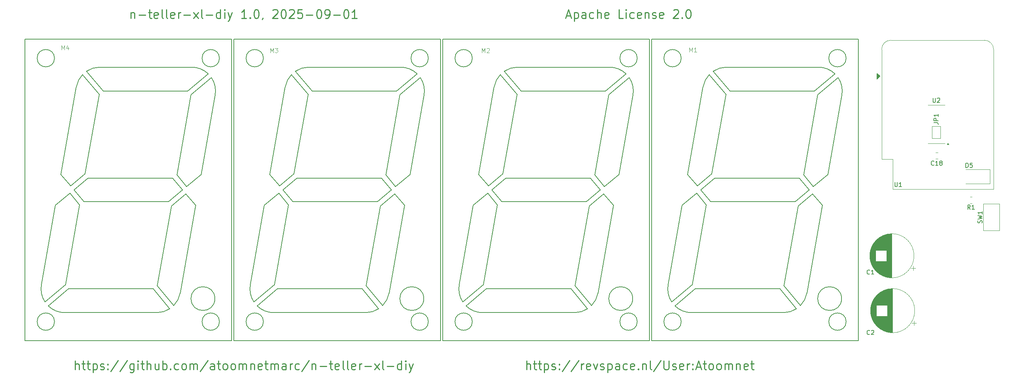
<source format=gbr>
%TF.GenerationSoftware,KiCad,Pcbnew,9.0.4*%
%TF.CreationDate,2025-08-31T21:09:01+02:00*%
%TF.ProjectId,n-teller-xl-diy,6e2d7465-6c6c-4657-922d-786c2d646979,1.0*%
%TF.SameCoordinates,Original*%
%TF.FileFunction,Legend,Top*%
%TF.FilePolarity,Positive*%
%FSLAX46Y46*%
G04 Gerber Fmt 4.6, Leading zero omitted, Abs format (unit mm)*
G04 Created by KiCad (PCBNEW 9.0.4) date 2025-08-31 21:09:01*
%MOMM*%
%LPD*%
G01*
G04 APERTURE LIST*
%ADD10C,0.250000*%
%ADD11C,0.100000*%
%ADD12C,0.150000*%
%ADD13C,0.200000*%
%ADD14C,0.120000*%
G04 APERTURE END LIST*
D10*
X19624760Y-41552238D02*
X19624760Y-39552238D01*
X20481903Y-41552238D02*
X20481903Y-40504619D01*
X20481903Y-40504619D02*
X20386665Y-40314142D01*
X20386665Y-40314142D02*
X20196189Y-40218904D01*
X20196189Y-40218904D02*
X19910474Y-40218904D01*
X19910474Y-40218904D02*
X19719998Y-40314142D01*
X19719998Y-40314142D02*
X19624760Y-40409380D01*
X21148570Y-40218904D02*
X21910474Y-40218904D01*
X21434284Y-39552238D02*
X21434284Y-41266523D01*
X21434284Y-41266523D02*
X21529522Y-41457000D01*
X21529522Y-41457000D02*
X21719998Y-41552238D01*
X21719998Y-41552238D02*
X21910474Y-41552238D01*
X22291427Y-40218904D02*
X23053331Y-40218904D01*
X22577141Y-39552238D02*
X22577141Y-41266523D01*
X22577141Y-41266523D02*
X22672379Y-41457000D01*
X22672379Y-41457000D02*
X22862855Y-41552238D01*
X22862855Y-41552238D02*
X23053331Y-41552238D01*
X23719998Y-40218904D02*
X23719998Y-42218904D01*
X23719998Y-40314142D02*
X23910474Y-40218904D01*
X23910474Y-40218904D02*
X24291427Y-40218904D01*
X24291427Y-40218904D02*
X24481903Y-40314142D01*
X24481903Y-40314142D02*
X24577141Y-40409380D01*
X24577141Y-40409380D02*
X24672379Y-40599857D01*
X24672379Y-40599857D02*
X24672379Y-41171285D01*
X24672379Y-41171285D02*
X24577141Y-41361761D01*
X24577141Y-41361761D02*
X24481903Y-41457000D01*
X24481903Y-41457000D02*
X24291427Y-41552238D01*
X24291427Y-41552238D02*
X23910474Y-41552238D01*
X23910474Y-41552238D02*
X23719998Y-41457000D01*
X25434284Y-41457000D02*
X25624760Y-41552238D01*
X25624760Y-41552238D02*
X26005712Y-41552238D01*
X26005712Y-41552238D02*
X26196189Y-41457000D01*
X26196189Y-41457000D02*
X26291427Y-41266523D01*
X26291427Y-41266523D02*
X26291427Y-41171285D01*
X26291427Y-41171285D02*
X26196189Y-40980809D01*
X26196189Y-40980809D02*
X26005712Y-40885571D01*
X26005712Y-40885571D02*
X25719998Y-40885571D01*
X25719998Y-40885571D02*
X25529522Y-40790333D01*
X25529522Y-40790333D02*
X25434284Y-40599857D01*
X25434284Y-40599857D02*
X25434284Y-40504619D01*
X25434284Y-40504619D02*
X25529522Y-40314142D01*
X25529522Y-40314142D02*
X25719998Y-40218904D01*
X25719998Y-40218904D02*
X26005712Y-40218904D01*
X26005712Y-40218904D02*
X26196189Y-40314142D01*
X27148570Y-41361761D02*
X27243808Y-41457000D01*
X27243808Y-41457000D02*
X27148570Y-41552238D01*
X27148570Y-41552238D02*
X27053332Y-41457000D01*
X27053332Y-41457000D02*
X27148570Y-41361761D01*
X27148570Y-41361761D02*
X27148570Y-41552238D01*
X27148570Y-40314142D02*
X27243808Y-40409380D01*
X27243808Y-40409380D02*
X27148570Y-40504619D01*
X27148570Y-40504619D02*
X27053332Y-40409380D01*
X27053332Y-40409380D02*
X27148570Y-40314142D01*
X27148570Y-40314142D02*
X27148570Y-40504619D01*
X29529522Y-39457000D02*
X27815237Y-42028428D01*
X31624760Y-39457000D02*
X29910475Y-42028428D01*
X32291427Y-41552238D02*
X32291427Y-40218904D01*
X32291427Y-40599857D02*
X32386665Y-40409380D01*
X32386665Y-40409380D02*
X32481903Y-40314142D01*
X32481903Y-40314142D02*
X32672379Y-40218904D01*
X32672379Y-40218904D02*
X32862856Y-40218904D01*
X34291427Y-41457000D02*
X34100951Y-41552238D01*
X34100951Y-41552238D02*
X33719998Y-41552238D01*
X33719998Y-41552238D02*
X33529522Y-41457000D01*
X33529522Y-41457000D02*
X33434284Y-41266523D01*
X33434284Y-41266523D02*
X33434284Y-40504619D01*
X33434284Y-40504619D02*
X33529522Y-40314142D01*
X33529522Y-40314142D02*
X33719998Y-40218904D01*
X33719998Y-40218904D02*
X34100951Y-40218904D01*
X34100951Y-40218904D02*
X34291427Y-40314142D01*
X34291427Y-40314142D02*
X34386665Y-40504619D01*
X34386665Y-40504619D02*
X34386665Y-40695095D01*
X34386665Y-40695095D02*
X33434284Y-40885571D01*
X35053332Y-40218904D02*
X35529522Y-41552238D01*
X35529522Y-41552238D02*
X36005713Y-40218904D01*
X36672380Y-41457000D02*
X36862856Y-41552238D01*
X36862856Y-41552238D02*
X37243808Y-41552238D01*
X37243808Y-41552238D02*
X37434285Y-41457000D01*
X37434285Y-41457000D02*
X37529523Y-41266523D01*
X37529523Y-41266523D02*
X37529523Y-41171285D01*
X37529523Y-41171285D02*
X37434285Y-40980809D01*
X37434285Y-40980809D02*
X37243808Y-40885571D01*
X37243808Y-40885571D02*
X36958094Y-40885571D01*
X36958094Y-40885571D02*
X36767618Y-40790333D01*
X36767618Y-40790333D02*
X36672380Y-40599857D01*
X36672380Y-40599857D02*
X36672380Y-40504619D01*
X36672380Y-40504619D02*
X36767618Y-40314142D01*
X36767618Y-40314142D02*
X36958094Y-40218904D01*
X36958094Y-40218904D02*
X37243808Y-40218904D01*
X37243808Y-40218904D02*
X37434285Y-40314142D01*
X38386666Y-40218904D02*
X38386666Y-42218904D01*
X38386666Y-40314142D02*
X38577142Y-40218904D01*
X38577142Y-40218904D02*
X38958095Y-40218904D01*
X38958095Y-40218904D02*
X39148571Y-40314142D01*
X39148571Y-40314142D02*
X39243809Y-40409380D01*
X39243809Y-40409380D02*
X39339047Y-40599857D01*
X39339047Y-40599857D02*
X39339047Y-41171285D01*
X39339047Y-41171285D02*
X39243809Y-41361761D01*
X39243809Y-41361761D02*
X39148571Y-41457000D01*
X39148571Y-41457000D02*
X38958095Y-41552238D01*
X38958095Y-41552238D02*
X38577142Y-41552238D01*
X38577142Y-41552238D02*
X38386666Y-41457000D01*
X41053333Y-41552238D02*
X41053333Y-40504619D01*
X41053333Y-40504619D02*
X40958095Y-40314142D01*
X40958095Y-40314142D02*
X40767619Y-40218904D01*
X40767619Y-40218904D02*
X40386666Y-40218904D01*
X40386666Y-40218904D02*
X40196190Y-40314142D01*
X41053333Y-41457000D02*
X40862857Y-41552238D01*
X40862857Y-41552238D02*
X40386666Y-41552238D01*
X40386666Y-41552238D02*
X40196190Y-41457000D01*
X40196190Y-41457000D02*
X40100952Y-41266523D01*
X40100952Y-41266523D02*
X40100952Y-41076047D01*
X40100952Y-41076047D02*
X40196190Y-40885571D01*
X40196190Y-40885571D02*
X40386666Y-40790333D01*
X40386666Y-40790333D02*
X40862857Y-40790333D01*
X40862857Y-40790333D02*
X41053333Y-40695095D01*
X42862857Y-41457000D02*
X42672381Y-41552238D01*
X42672381Y-41552238D02*
X42291428Y-41552238D01*
X42291428Y-41552238D02*
X42100952Y-41457000D01*
X42100952Y-41457000D02*
X42005714Y-41361761D01*
X42005714Y-41361761D02*
X41910476Y-41171285D01*
X41910476Y-41171285D02*
X41910476Y-40599857D01*
X41910476Y-40599857D02*
X42005714Y-40409380D01*
X42005714Y-40409380D02*
X42100952Y-40314142D01*
X42100952Y-40314142D02*
X42291428Y-40218904D01*
X42291428Y-40218904D02*
X42672381Y-40218904D01*
X42672381Y-40218904D02*
X42862857Y-40314142D01*
X44481905Y-41457000D02*
X44291429Y-41552238D01*
X44291429Y-41552238D02*
X43910476Y-41552238D01*
X43910476Y-41552238D02*
X43720000Y-41457000D01*
X43720000Y-41457000D02*
X43624762Y-41266523D01*
X43624762Y-41266523D02*
X43624762Y-40504619D01*
X43624762Y-40504619D02*
X43720000Y-40314142D01*
X43720000Y-40314142D02*
X43910476Y-40218904D01*
X43910476Y-40218904D02*
X44291429Y-40218904D01*
X44291429Y-40218904D02*
X44481905Y-40314142D01*
X44481905Y-40314142D02*
X44577143Y-40504619D01*
X44577143Y-40504619D02*
X44577143Y-40695095D01*
X44577143Y-40695095D02*
X43624762Y-40885571D01*
X45434286Y-41361761D02*
X45529524Y-41457000D01*
X45529524Y-41457000D02*
X45434286Y-41552238D01*
X45434286Y-41552238D02*
X45339048Y-41457000D01*
X45339048Y-41457000D02*
X45434286Y-41361761D01*
X45434286Y-41361761D02*
X45434286Y-41552238D01*
X46386667Y-40218904D02*
X46386667Y-41552238D01*
X46386667Y-40409380D02*
X46481905Y-40314142D01*
X46481905Y-40314142D02*
X46672381Y-40218904D01*
X46672381Y-40218904D02*
X46958096Y-40218904D01*
X46958096Y-40218904D02*
X47148572Y-40314142D01*
X47148572Y-40314142D02*
X47243810Y-40504619D01*
X47243810Y-40504619D02*
X47243810Y-41552238D01*
X48481905Y-41552238D02*
X48291429Y-41457000D01*
X48291429Y-41457000D02*
X48196191Y-41266523D01*
X48196191Y-41266523D02*
X48196191Y-39552238D01*
X50672381Y-39457000D02*
X48958096Y-42028428D01*
X51339048Y-39552238D02*
X51339048Y-41171285D01*
X51339048Y-41171285D02*
X51434286Y-41361761D01*
X51434286Y-41361761D02*
X51529524Y-41457000D01*
X51529524Y-41457000D02*
X51720000Y-41552238D01*
X51720000Y-41552238D02*
X52100953Y-41552238D01*
X52100953Y-41552238D02*
X52291429Y-41457000D01*
X52291429Y-41457000D02*
X52386667Y-41361761D01*
X52386667Y-41361761D02*
X52481905Y-41171285D01*
X52481905Y-41171285D02*
X52481905Y-39552238D01*
X53339048Y-41457000D02*
X53529524Y-41552238D01*
X53529524Y-41552238D02*
X53910476Y-41552238D01*
X53910476Y-41552238D02*
X54100953Y-41457000D01*
X54100953Y-41457000D02*
X54196191Y-41266523D01*
X54196191Y-41266523D02*
X54196191Y-41171285D01*
X54196191Y-41171285D02*
X54100953Y-40980809D01*
X54100953Y-40980809D02*
X53910476Y-40885571D01*
X53910476Y-40885571D02*
X53624762Y-40885571D01*
X53624762Y-40885571D02*
X53434286Y-40790333D01*
X53434286Y-40790333D02*
X53339048Y-40599857D01*
X53339048Y-40599857D02*
X53339048Y-40504619D01*
X53339048Y-40504619D02*
X53434286Y-40314142D01*
X53434286Y-40314142D02*
X53624762Y-40218904D01*
X53624762Y-40218904D02*
X53910476Y-40218904D01*
X53910476Y-40218904D02*
X54100953Y-40314142D01*
X55815239Y-41457000D02*
X55624763Y-41552238D01*
X55624763Y-41552238D02*
X55243810Y-41552238D01*
X55243810Y-41552238D02*
X55053334Y-41457000D01*
X55053334Y-41457000D02*
X54958096Y-41266523D01*
X54958096Y-41266523D02*
X54958096Y-40504619D01*
X54958096Y-40504619D02*
X55053334Y-40314142D01*
X55053334Y-40314142D02*
X55243810Y-40218904D01*
X55243810Y-40218904D02*
X55624763Y-40218904D01*
X55624763Y-40218904D02*
X55815239Y-40314142D01*
X55815239Y-40314142D02*
X55910477Y-40504619D01*
X55910477Y-40504619D02*
X55910477Y-40695095D01*
X55910477Y-40695095D02*
X54958096Y-40885571D01*
X56767620Y-41552238D02*
X56767620Y-40218904D01*
X56767620Y-40599857D02*
X56862858Y-40409380D01*
X56862858Y-40409380D02*
X56958096Y-40314142D01*
X56958096Y-40314142D02*
X57148572Y-40218904D01*
X57148572Y-40218904D02*
X57339049Y-40218904D01*
X58005715Y-41361761D02*
X58100953Y-41457000D01*
X58100953Y-41457000D02*
X58005715Y-41552238D01*
X58005715Y-41552238D02*
X57910477Y-41457000D01*
X57910477Y-41457000D02*
X58005715Y-41361761D01*
X58005715Y-41361761D02*
X58005715Y-41552238D01*
X58005715Y-40314142D02*
X58100953Y-40409380D01*
X58100953Y-40409380D02*
X58005715Y-40504619D01*
X58005715Y-40504619D02*
X57910477Y-40409380D01*
X57910477Y-40409380D02*
X58005715Y-40314142D01*
X58005715Y-40314142D02*
X58005715Y-40504619D01*
X58862858Y-40980809D02*
X59815239Y-40980809D01*
X58672382Y-41552238D02*
X59339048Y-39552238D01*
X59339048Y-39552238D02*
X60005715Y-41552238D01*
X60386668Y-40218904D02*
X61148572Y-40218904D01*
X60672382Y-39552238D02*
X60672382Y-41266523D01*
X60672382Y-41266523D02*
X60767620Y-41457000D01*
X60767620Y-41457000D02*
X60958096Y-41552238D01*
X60958096Y-41552238D02*
X61148572Y-41552238D01*
X62100953Y-41552238D02*
X61910477Y-41457000D01*
X61910477Y-41457000D02*
X61815239Y-41361761D01*
X61815239Y-41361761D02*
X61720001Y-41171285D01*
X61720001Y-41171285D02*
X61720001Y-40599857D01*
X61720001Y-40599857D02*
X61815239Y-40409380D01*
X61815239Y-40409380D02*
X61910477Y-40314142D01*
X61910477Y-40314142D02*
X62100953Y-40218904D01*
X62100953Y-40218904D02*
X62386668Y-40218904D01*
X62386668Y-40218904D02*
X62577144Y-40314142D01*
X62577144Y-40314142D02*
X62672382Y-40409380D01*
X62672382Y-40409380D02*
X62767620Y-40599857D01*
X62767620Y-40599857D02*
X62767620Y-41171285D01*
X62767620Y-41171285D02*
X62672382Y-41361761D01*
X62672382Y-41361761D02*
X62577144Y-41457000D01*
X62577144Y-41457000D02*
X62386668Y-41552238D01*
X62386668Y-41552238D02*
X62100953Y-41552238D01*
X63910477Y-41552238D02*
X63720001Y-41457000D01*
X63720001Y-41457000D02*
X63624763Y-41361761D01*
X63624763Y-41361761D02*
X63529525Y-41171285D01*
X63529525Y-41171285D02*
X63529525Y-40599857D01*
X63529525Y-40599857D02*
X63624763Y-40409380D01*
X63624763Y-40409380D02*
X63720001Y-40314142D01*
X63720001Y-40314142D02*
X63910477Y-40218904D01*
X63910477Y-40218904D02*
X64196192Y-40218904D01*
X64196192Y-40218904D02*
X64386668Y-40314142D01*
X64386668Y-40314142D02*
X64481906Y-40409380D01*
X64481906Y-40409380D02*
X64577144Y-40599857D01*
X64577144Y-40599857D02*
X64577144Y-41171285D01*
X64577144Y-41171285D02*
X64481906Y-41361761D01*
X64481906Y-41361761D02*
X64386668Y-41457000D01*
X64386668Y-41457000D02*
X64196192Y-41552238D01*
X64196192Y-41552238D02*
X63910477Y-41552238D01*
X65434287Y-41552238D02*
X65434287Y-40218904D01*
X65434287Y-40409380D02*
X65529525Y-40314142D01*
X65529525Y-40314142D02*
X65720001Y-40218904D01*
X65720001Y-40218904D02*
X66005716Y-40218904D01*
X66005716Y-40218904D02*
X66196192Y-40314142D01*
X66196192Y-40314142D02*
X66291430Y-40504619D01*
X66291430Y-40504619D02*
X66291430Y-41552238D01*
X66291430Y-40504619D02*
X66386668Y-40314142D01*
X66386668Y-40314142D02*
X66577144Y-40218904D01*
X66577144Y-40218904D02*
X66862858Y-40218904D01*
X66862858Y-40218904D02*
X67053335Y-40314142D01*
X67053335Y-40314142D02*
X67148573Y-40504619D01*
X67148573Y-40504619D02*
X67148573Y-41552238D01*
X68100954Y-40218904D02*
X68100954Y-41552238D01*
X68100954Y-40409380D02*
X68196192Y-40314142D01*
X68196192Y-40314142D02*
X68386668Y-40218904D01*
X68386668Y-40218904D02*
X68672383Y-40218904D01*
X68672383Y-40218904D02*
X68862859Y-40314142D01*
X68862859Y-40314142D02*
X68958097Y-40504619D01*
X68958097Y-40504619D02*
X68958097Y-41552238D01*
X70672383Y-41457000D02*
X70481907Y-41552238D01*
X70481907Y-41552238D02*
X70100954Y-41552238D01*
X70100954Y-41552238D02*
X69910478Y-41457000D01*
X69910478Y-41457000D02*
X69815240Y-41266523D01*
X69815240Y-41266523D02*
X69815240Y-40504619D01*
X69815240Y-40504619D02*
X69910478Y-40314142D01*
X69910478Y-40314142D02*
X70100954Y-40218904D01*
X70100954Y-40218904D02*
X70481907Y-40218904D01*
X70481907Y-40218904D02*
X70672383Y-40314142D01*
X70672383Y-40314142D02*
X70767621Y-40504619D01*
X70767621Y-40504619D02*
X70767621Y-40695095D01*
X70767621Y-40695095D02*
X69815240Y-40885571D01*
X71339050Y-40218904D02*
X72100954Y-40218904D01*
X71624764Y-39552238D02*
X71624764Y-41266523D01*
X71624764Y-41266523D02*
X71720002Y-41457000D01*
X71720002Y-41457000D02*
X71910478Y-41552238D01*
X71910478Y-41552238D02*
X72100954Y-41552238D01*
X-84624763Y-41552238D02*
X-84624763Y-39552238D01*
X-83767620Y-41552238D02*
X-83767620Y-40504619D01*
X-83767620Y-40504619D02*
X-83862858Y-40314142D01*
X-83862858Y-40314142D02*
X-84053334Y-40218904D01*
X-84053334Y-40218904D02*
X-84339049Y-40218904D01*
X-84339049Y-40218904D02*
X-84529525Y-40314142D01*
X-84529525Y-40314142D02*
X-84624763Y-40409380D01*
X-83100953Y-40218904D02*
X-82339049Y-40218904D01*
X-82815239Y-39552238D02*
X-82815239Y-41266523D01*
X-82815239Y-41266523D02*
X-82720001Y-41457000D01*
X-82720001Y-41457000D02*
X-82529525Y-41552238D01*
X-82529525Y-41552238D02*
X-82339049Y-41552238D01*
X-81958096Y-40218904D02*
X-81196192Y-40218904D01*
X-81672382Y-39552238D02*
X-81672382Y-41266523D01*
X-81672382Y-41266523D02*
X-81577144Y-41457000D01*
X-81577144Y-41457000D02*
X-81386668Y-41552238D01*
X-81386668Y-41552238D02*
X-81196192Y-41552238D01*
X-80529525Y-40218904D02*
X-80529525Y-42218904D01*
X-80529525Y-40314142D02*
X-80339049Y-40218904D01*
X-80339049Y-40218904D02*
X-79958096Y-40218904D01*
X-79958096Y-40218904D02*
X-79767620Y-40314142D01*
X-79767620Y-40314142D02*
X-79672382Y-40409380D01*
X-79672382Y-40409380D02*
X-79577144Y-40599857D01*
X-79577144Y-40599857D02*
X-79577144Y-41171285D01*
X-79577144Y-41171285D02*
X-79672382Y-41361761D01*
X-79672382Y-41361761D02*
X-79767620Y-41457000D01*
X-79767620Y-41457000D02*
X-79958096Y-41552238D01*
X-79958096Y-41552238D02*
X-80339049Y-41552238D01*
X-80339049Y-41552238D02*
X-80529525Y-41457000D01*
X-78815239Y-41457000D02*
X-78624763Y-41552238D01*
X-78624763Y-41552238D02*
X-78243811Y-41552238D01*
X-78243811Y-41552238D02*
X-78053334Y-41457000D01*
X-78053334Y-41457000D02*
X-77958096Y-41266523D01*
X-77958096Y-41266523D02*
X-77958096Y-41171285D01*
X-77958096Y-41171285D02*
X-78053334Y-40980809D01*
X-78053334Y-40980809D02*
X-78243811Y-40885571D01*
X-78243811Y-40885571D02*
X-78529525Y-40885571D01*
X-78529525Y-40885571D02*
X-78720001Y-40790333D01*
X-78720001Y-40790333D02*
X-78815239Y-40599857D01*
X-78815239Y-40599857D02*
X-78815239Y-40504619D01*
X-78815239Y-40504619D02*
X-78720001Y-40314142D01*
X-78720001Y-40314142D02*
X-78529525Y-40218904D01*
X-78529525Y-40218904D02*
X-78243811Y-40218904D01*
X-78243811Y-40218904D02*
X-78053334Y-40314142D01*
X-77100953Y-41361761D02*
X-77005715Y-41457000D01*
X-77005715Y-41457000D02*
X-77100953Y-41552238D01*
X-77100953Y-41552238D02*
X-77196191Y-41457000D01*
X-77196191Y-41457000D02*
X-77100953Y-41361761D01*
X-77100953Y-41361761D02*
X-77100953Y-41552238D01*
X-77100953Y-40314142D02*
X-77005715Y-40409380D01*
X-77005715Y-40409380D02*
X-77100953Y-40504619D01*
X-77100953Y-40504619D02*
X-77196191Y-40409380D01*
X-77196191Y-40409380D02*
X-77100953Y-40314142D01*
X-77100953Y-40314142D02*
X-77100953Y-40504619D01*
X-74720001Y-39457000D02*
X-76434286Y-42028428D01*
X-72624763Y-39457000D02*
X-74339048Y-42028428D01*
X-71100953Y-40218904D02*
X-71100953Y-41837952D01*
X-71100953Y-41837952D02*
X-71196191Y-42028428D01*
X-71196191Y-42028428D02*
X-71291429Y-42123666D01*
X-71291429Y-42123666D02*
X-71481906Y-42218904D01*
X-71481906Y-42218904D02*
X-71767620Y-42218904D01*
X-71767620Y-42218904D02*
X-71958096Y-42123666D01*
X-71100953Y-41457000D02*
X-71291429Y-41552238D01*
X-71291429Y-41552238D02*
X-71672382Y-41552238D01*
X-71672382Y-41552238D02*
X-71862858Y-41457000D01*
X-71862858Y-41457000D02*
X-71958096Y-41361761D01*
X-71958096Y-41361761D02*
X-72053334Y-41171285D01*
X-72053334Y-41171285D02*
X-72053334Y-40599857D01*
X-72053334Y-40599857D02*
X-71958096Y-40409380D01*
X-71958096Y-40409380D02*
X-71862858Y-40314142D01*
X-71862858Y-40314142D02*
X-71672382Y-40218904D01*
X-71672382Y-40218904D02*
X-71291429Y-40218904D01*
X-71291429Y-40218904D02*
X-71100953Y-40314142D01*
X-70148572Y-41552238D02*
X-70148572Y-40218904D01*
X-70148572Y-39552238D02*
X-70243810Y-39647476D01*
X-70243810Y-39647476D02*
X-70148572Y-39742714D01*
X-70148572Y-39742714D02*
X-70053334Y-39647476D01*
X-70053334Y-39647476D02*
X-70148572Y-39552238D01*
X-70148572Y-39552238D02*
X-70148572Y-39742714D01*
X-69481905Y-40218904D02*
X-68720001Y-40218904D01*
X-69196191Y-39552238D02*
X-69196191Y-41266523D01*
X-69196191Y-41266523D02*
X-69100953Y-41457000D01*
X-69100953Y-41457000D02*
X-68910477Y-41552238D01*
X-68910477Y-41552238D02*
X-68720001Y-41552238D01*
X-68053334Y-41552238D02*
X-68053334Y-39552238D01*
X-67196191Y-41552238D02*
X-67196191Y-40504619D01*
X-67196191Y-40504619D02*
X-67291429Y-40314142D01*
X-67291429Y-40314142D02*
X-67481905Y-40218904D01*
X-67481905Y-40218904D02*
X-67767620Y-40218904D01*
X-67767620Y-40218904D02*
X-67958096Y-40314142D01*
X-67958096Y-40314142D02*
X-68053334Y-40409380D01*
X-65386667Y-40218904D02*
X-65386667Y-41552238D01*
X-66243810Y-40218904D02*
X-66243810Y-41266523D01*
X-66243810Y-41266523D02*
X-66148572Y-41457000D01*
X-66148572Y-41457000D02*
X-65958096Y-41552238D01*
X-65958096Y-41552238D02*
X-65672381Y-41552238D01*
X-65672381Y-41552238D02*
X-65481905Y-41457000D01*
X-65481905Y-41457000D02*
X-65386667Y-41361761D01*
X-64434286Y-41552238D02*
X-64434286Y-39552238D01*
X-64434286Y-40314142D02*
X-64243810Y-40218904D01*
X-64243810Y-40218904D02*
X-63862857Y-40218904D01*
X-63862857Y-40218904D02*
X-63672381Y-40314142D01*
X-63672381Y-40314142D02*
X-63577143Y-40409380D01*
X-63577143Y-40409380D02*
X-63481905Y-40599857D01*
X-63481905Y-40599857D02*
X-63481905Y-41171285D01*
X-63481905Y-41171285D02*
X-63577143Y-41361761D01*
X-63577143Y-41361761D02*
X-63672381Y-41457000D01*
X-63672381Y-41457000D02*
X-63862857Y-41552238D01*
X-63862857Y-41552238D02*
X-64243810Y-41552238D01*
X-64243810Y-41552238D02*
X-64434286Y-41457000D01*
X-62624762Y-41361761D02*
X-62529524Y-41457000D01*
X-62529524Y-41457000D02*
X-62624762Y-41552238D01*
X-62624762Y-41552238D02*
X-62720000Y-41457000D01*
X-62720000Y-41457000D02*
X-62624762Y-41361761D01*
X-62624762Y-41361761D02*
X-62624762Y-41552238D01*
X-60815238Y-41457000D02*
X-61005714Y-41552238D01*
X-61005714Y-41552238D02*
X-61386667Y-41552238D01*
X-61386667Y-41552238D02*
X-61577143Y-41457000D01*
X-61577143Y-41457000D02*
X-61672381Y-41361761D01*
X-61672381Y-41361761D02*
X-61767619Y-41171285D01*
X-61767619Y-41171285D02*
X-61767619Y-40599857D01*
X-61767619Y-40599857D02*
X-61672381Y-40409380D01*
X-61672381Y-40409380D02*
X-61577143Y-40314142D01*
X-61577143Y-40314142D02*
X-61386667Y-40218904D01*
X-61386667Y-40218904D02*
X-61005714Y-40218904D01*
X-61005714Y-40218904D02*
X-60815238Y-40314142D01*
X-59672381Y-41552238D02*
X-59862857Y-41457000D01*
X-59862857Y-41457000D02*
X-59958095Y-41361761D01*
X-59958095Y-41361761D02*
X-60053333Y-41171285D01*
X-60053333Y-41171285D02*
X-60053333Y-40599857D01*
X-60053333Y-40599857D02*
X-59958095Y-40409380D01*
X-59958095Y-40409380D02*
X-59862857Y-40314142D01*
X-59862857Y-40314142D02*
X-59672381Y-40218904D01*
X-59672381Y-40218904D02*
X-59386666Y-40218904D01*
X-59386666Y-40218904D02*
X-59196190Y-40314142D01*
X-59196190Y-40314142D02*
X-59100952Y-40409380D01*
X-59100952Y-40409380D02*
X-59005714Y-40599857D01*
X-59005714Y-40599857D02*
X-59005714Y-41171285D01*
X-59005714Y-41171285D02*
X-59100952Y-41361761D01*
X-59100952Y-41361761D02*
X-59196190Y-41457000D01*
X-59196190Y-41457000D02*
X-59386666Y-41552238D01*
X-59386666Y-41552238D02*
X-59672381Y-41552238D01*
X-58148571Y-41552238D02*
X-58148571Y-40218904D01*
X-58148571Y-40409380D02*
X-58053333Y-40314142D01*
X-58053333Y-40314142D02*
X-57862857Y-40218904D01*
X-57862857Y-40218904D02*
X-57577142Y-40218904D01*
X-57577142Y-40218904D02*
X-57386666Y-40314142D01*
X-57386666Y-40314142D02*
X-57291428Y-40504619D01*
X-57291428Y-40504619D02*
X-57291428Y-41552238D01*
X-57291428Y-40504619D02*
X-57196190Y-40314142D01*
X-57196190Y-40314142D02*
X-57005714Y-40218904D01*
X-57005714Y-40218904D02*
X-56720000Y-40218904D01*
X-56720000Y-40218904D02*
X-56529523Y-40314142D01*
X-56529523Y-40314142D02*
X-56434285Y-40504619D01*
X-56434285Y-40504619D02*
X-56434285Y-41552238D01*
X-54053333Y-39457000D02*
X-55767618Y-42028428D01*
X-52529523Y-41552238D02*
X-52529523Y-40504619D01*
X-52529523Y-40504619D02*
X-52624761Y-40314142D01*
X-52624761Y-40314142D02*
X-52815237Y-40218904D01*
X-52815237Y-40218904D02*
X-53196190Y-40218904D01*
X-53196190Y-40218904D02*
X-53386666Y-40314142D01*
X-52529523Y-41457000D02*
X-52719999Y-41552238D01*
X-52719999Y-41552238D02*
X-53196190Y-41552238D01*
X-53196190Y-41552238D02*
X-53386666Y-41457000D01*
X-53386666Y-41457000D02*
X-53481904Y-41266523D01*
X-53481904Y-41266523D02*
X-53481904Y-41076047D01*
X-53481904Y-41076047D02*
X-53386666Y-40885571D01*
X-53386666Y-40885571D02*
X-53196190Y-40790333D01*
X-53196190Y-40790333D02*
X-52719999Y-40790333D01*
X-52719999Y-40790333D02*
X-52529523Y-40695095D01*
X-51862856Y-40218904D02*
X-51100952Y-40218904D01*
X-51577142Y-39552238D02*
X-51577142Y-41266523D01*
X-51577142Y-41266523D02*
X-51481904Y-41457000D01*
X-51481904Y-41457000D02*
X-51291428Y-41552238D01*
X-51291428Y-41552238D02*
X-51100952Y-41552238D01*
X-50148571Y-41552238D02*
X-50339047Y-41457000D01*
X-50339047Y-41457000D02*
X-50434285Y-41361761D01*
X-50434285Y-41361761D02*
X-50529523Y-41171285D01*
X-50529523Y-41171285D02*
X-50529523Y-40599857D01*
X-50529523Y-40599857D02*
X-50434285Y-40409380D01*
X-50434285Y-40409380D02*
X-50339047Y-40314142D01*
X-50339047Y-40314142D02*
X-50148571Y-40218904D01*
X-50148571Y-40218904D02*
X-49862856Y-40218904D01*
X-49862856Y-40218904D02*
X-49672380Y-40314142D01*
X-49672380Y-40314142D02*
X-49577142Y-40409380D01*
X-49577142Y-40409380D02*
X-49481904Y-40599857D01*
X-49481904Y-40599857D02*
X-49481904Y-41171285D01*
X-49481904Y-41171285D02*
X-49577142Y-41361761D01*
X-49577142Y-41361761D02*
X-49672380Y-41457000D01*
X-49672380Y-41457000D02*
X-49862856Y-41552238D01*
X-49862856Y-41552238D02*
X-50148571Y-41552238D01*
X-48339047Y-41552238D02*
X-48529523Y-41457000D01*
X-48529523Y-41457000D02*
X-48624761Y-41361761D01*
X-48624761Y-41361761D02*
X-48719999Y-41171285D01*
X-48719999Y-41171285D02*
X-48719999Y-40599857D01*
X-48719999Y-40599857D02*
X-48624761Y-40409380D01*
X-48624761Y-40409380D02*
X-48529523Y-40314142D01*
X-48529523Y-40314142D02*
X-48339047Y-40218904D01*
X-48339047Y-40218904D02*
X-48053332Y-40218904D01*
X-48053332Y-40218904D02*
X-47862856Y-40314142D01*
X-47862856Y-40314142D02*
X-47767618Y-40409380D01*
X-47767618Y-40409380D02*
X-47672380Y-40599857D01*
X-47672380Y-40599857D02*
X-47672380Y-41171285D01*
X-47672380Y-41171285D02*
X-47767618Y-41361761D01*
X-47767618Y-41361761D02*
X-47862856Y-41457000D01*
X-47862856Y-41457000D02*
X-48053332Y-41552238D01*
X-48053332Y-41552238D02*
X-48339047Y-41552238D01*
X-46815237Y-41552238D02*
X-46815237Y-40218904D01*
X-46815237Y-40409380D02*
X-46719999Y-40314142D01*
X-46719999Y-40314142D02*
X-46529523Y-40218904D01*
X-46529523Y-40218904D02*
X-46243808Y-40218904D01*
X-46243808Y-40218904D02*
X-46053332Y-40314142D01*
X-46053332Y-40314142D02*
X-45958094Y-40504619D01*
X-45958094Y-40504619D02*
X-45958094Y-41552238D01*
X-45958094Y-40504619D02*
X-45862856Y-40314142D01*
X-45862856Y-40314142D02*
X-45672380Y-40218904D01*
X-45672380Y-40218904D02*
X-45386666Y-40218904D01*
X-45386666Y-40218904D02*
X-45196189Y-40314142D01*
X-45196189Y-40314142D02*
X-45100951Y-40504619D01*
X-45100951Y-40504619D02*
X-45100951Y-41552238D01*
X-44148570Y-40218904D02*
X-44148570Y-41552238D01*
X-44148570Y-40409380D02*
X-44053332Y-40314142D01*
X-44053332Y-40314142D02*
X-43862856Y-40218904D01*
X-43862856Y-40218904D02*
X-43577141Y-40218904D01*
X-43577141Y-40218904D02*
X-43386665Y-40314142D01*
X-43386665Y-40314142D02*
X-43291427Y-40504619D01*
X-43291427Y-40504619D02*
X-43291427Y-41552238D01*
X-41577141Y-41457000D02*
X-41767617Y-41552238D01*
X-41767617Y-41552238D02*
X-42148570Y-41552238D01*
X-42148570Y-41552238D02*
X-42339046Y-41457000D01*
X-42339046Y-41457000D02*
X-42434284Y-41266523D01*
X-42434284Y-41266523D02*
X-42434284Y-40504619D01*
X-42434284Y-40504619D02*
X-42339046Y-40314142D01*
X-42339046Y-40314142D02*
X-42148570Y-40218904D01*
X-42148570Y-40218904D02*
X-41767617Y-40218904D01*
X-41767617Y-40218904D02*
X-41577141Y-40314142D01*
X-41577141Y-40314142D02*
X-41481903Y-40504619D01*
X-41481903Y-40504619D02*
X-41481903Y-40695095D01*
X-41481903Y-40695095D02*
X-42434284Y-40885571D01*
X-40910474Y-40218904D02*
X-40148570Y-40218904D01*
X-40624760Y-39552238D02*
X-40624760Y-41266523D01*
X-40624760Y-41266523D02*
X-40529522Y-41457000D01*
X-40529522Y-41457000D02*
X-40339046Y-41552238D01*
X-40339046Y-41552238D02*
X-40148570Y-41552238D01*
X-39481903Y-41552238D02*
X-39481903Y-40218904D01*
X-39481903Y-40409380D02*
X-39386665Y-40314142D01*
X-39386665Y-40314142D02*
X-39196189Y-40218904D01*
X-39196189Y-40218904D02*
X-38910474Y-40218904D01*
X-38910474Y-40218904D02*
X-38719998Y-40314142D01*
X-38719998Y-40314142D02*
X-38624760Y-40504619D01*
X-38624760Y-40504619D02*
X-38624760Y-41552238D01*
X-38624760Y-40504619D02*
X-38529522Y-40314142D01*
X-38529522Y-40314142D02*
X-38339046Y-40218904D01*
X-38339046Y-40218904D02*
X-38053332Y-40218904D01*
X-38053332Y-40218904D02*
X-37862855Y-40314142D01*
X-37862855Y-40314142D02*
X-37767617Y-40504619D01*
X-37767617Y-40504619D02*
X-37767617Y-41552238D01*
X-35958093Y-41552238D02*
X-35958093Y-40504619D01*
X-35958093Y-40504619D02*
X-36053331Y-40314142D01*
X-36053331Y-40314142D02*
X-36243807Y-40218904D01*
X-36243807Y-40218904D02*
X-36624760Y-40218904D01*
X-36624760Y-40218904D02*
X-36815236Y-40314142D01*
X-35958093Y-41457000D02*
X-36148569Y-41552238D01*
X-36148569Y-41552238D02*
X-36624760Y-41552238D01*
X-36624760Y-41552238D02*
X-36815236Y-41457000D01*
X-36815236Y-41457000D02*
X-36910474Y-41266523D01*
X-36910474Y-41266523D02*
X-36910474Y-41076047D01*
X-36910474Y-41076047D02*
X-36815236Y-40885571D01*
X-36815236Y-40885571D02*
X-36624760Y-40790333D01*
X-36624760Y-40790333D02*
X-36148569Y-40790333D01*
X-36148569Y-40790333D02*
X-35958093Y-40695095D01*
X-35005712Y-41552238D02*
X-35005712Y-40218904D01*
X-35005712Y-40599857D02*
X-34910474Y-40409380D01*
X-34910474Y-40409380D02*
X-34815236Y-40314142D01*
X-34815236Y-40314142D02*
X-34624760Y-40218904D01*
X-34624760Y-40218904D02*
X-34434283Y-40218904D01*
X-32910474Y-41457000D02*
X-33100950Y-41552238D01*
X-33100950Y-41552238D02*
X-33481903Y-41552238D01*
X-33481903Y-41552238D02*
X-33672379Y-41457000D01*
X-33672379Y-41457000D02*
X-33767617Y-41361761D01*
X-33767617Y-41361761D02*
X-33862855Y-41171285D01*
X-33862855Y-41171285D02*
X-33862855Y-40599857D01*
X-33862855Y-40599857D02*
X-33767617Y-40409380D01*
X-33767617Y-40409380D02*
X-33672379Y-40314142D01*
X-33672379Y-40314142D02*
X-33481903Y-40218904D01*
X-33481903Y-40218904D02*
X-33100950Y-40218904D01*
X-33100950Y-40218904D02*
X-32910474Y-40314142D01*
X-30624760Y-39457000D02*
X-32339045Y-42028428D01*
X-29958093Y-40218904D02*
X-29958093Y-41552238D01*
X-29958093Y-40409380D02*
X-29862855Y-40314142D01*
X-29862855Y-40314142D02*
X-29672379Y-40218904D01*
X-29672379Y-40218904D02*
X-29386664Y-40218904D01*
X-29386664Y-40218904D02*
X-29196188Y-40314142D01*
X-29196188Y-40314142D02*
X-29100950Y-40504619D01*
X-29100950Y-40504619D02*
X-29100950Y-41552238D01*
X-28148569Y-40790333D02*
X-26624760Y-40790333D01*
X-25958093Y-40218904D02*
X-25196189Y-40218904D01*
X-25672379Y-39552238D02*
X-25672379Y-41266523D01*
X-25672379Y-41266523D02*
X-25577141Y-41457000D01*
X-25577141Y-41457000D02*
X-25386665Y-41552238D01*
X-25386665Y-41552238D02*
X-25196189Y-41552238D01*
X-23767617Y-41457000D02*
X-23958093Y-41552238D01*
X-23958093Y-41552238D02*
X-24339046Y-41552238D01*
X-24339046Y-41552238D02*
X-24529522Y-41457000D01*
X-24529522Y-41457000D02*
X-24624760Y-41266523D01*
X-24624760Y-41266523D02*
X-24624760Y-40504619D01*
X-24624760Y-40504619D02*
X-24529522Y-40314142D01*
X-24529522Y-40314142D02*
X-24339046Y-40218904D01*
X-24339046Y-40218904D02*
X-23958093Y-40218904D01*
X-23958093Y-40218904D02*
X-23767617Y-40314142D01*
X-23767617Y-40314142D02*
X-23672379Y-40504619D01*
X-23672379Y-40504619D02*
X-23672379Y-40695095D01*
X-23672379Y-40695095D02*
X-24624760Y-40885571D01*
X-22529522Y-41552238D02*
X-22719998Y-41457000D01*
X-22719998Y-41457000D02*
X-22815236Y-41266523D01*
X-22815236Y-41266523D02*
X-22815236Y-39552238D01*
X-21481903Y-41552238D02*
X-21672379Y-41457000D01*
X-21672379Y-41457000D02*
X-21767617Y-41266523D01*
X-21767617Y-41266523D02*
X-21767617Y-39552238D01*
X-19958093Y-41457000D02*
X-20148569Y-41552238D01*
X-20148569Y-41552238D02*
X-20529522Y-41552238D01*
X-20529522Y-41552238D02*
X-20719998Y-41457000D01*
X-20719998Y-41457000D02*
X-20815236Y-41266523D01*
X-20815236Y-41266523D02*
X-20815236Y-40504619D01*
X-20815236Y-40504619D02*
X-20719998Y-40314142D01*
X-20719998Y-40314142D02*
X-20529522Y-40218904D01*
X-20529522Y-40218904D02*
X-20148569Y-40218904D01*
X-20148569Y-40218904D02*
X-19958093Y-40314142D01*
X-19958093Y-40314142D02*
X-19862855Y-40504619D01*
X-19862855Y-40504619D02*
X-19862855Y-40695095D01*
X-19862855Y-40695095D02*
X-20815236Y-40885571D01*
X-19005712Y-41552238D02*
X-19005712Y-40218904D01*
X-19005712Y-40599857D02*
X-18910474Y-40409380D01*
X-18910474Y-40409380D02*
X-18815236Y-40314142D01*
X-18815236Y-40314142D02*
X-18624760Y-40218904D01*
X-18624760Y-40218904D02*
X-18434283Y-40218904D01*
X-17767617Y-40790333D02*
X-16243808Y-40790333D01*
X-15481903Y-41552238D02*
X-14434284Y-40218904D01*
X-15481903Y-40218904D02*
X-14434284Y-41552238D01*
X-13386665Y-41552238D02*
X-13577141Y-41457000D01*
X-13577141Y-41457000D02*
X-13672379Y-41266523D01*
X-13672379Y-41266523D02*
X-13672379Y-39552238D01*
X-12624760Y-40790333D02*
X-11100951Y-40790333D01*
X-9291427Y-41552238D02*
X-9291427Y-39552238D01*
X-9291427Y-41457000D02*
X-9481903Y-41552238D01*
X-9481903Y-41552238D02*
X-9862856Y-41552238D01*
X-9862856Y-41552238D02*
X-10053332Y-41457000D01*
X-10053332Y-41457000D02*
X-10148570Y-41361761D01*
X-10148570Y-41361761D02*
X-10243808Y-41171285D01*
X-10243808Y-41171285D02*
X-10243808Y-40599857D01*
X-10243808Y-40599857D02*
X-10148570Y-40409380D01*
X-10148570Y-40409380D02*
X-10053332Y-40314142D01*
X-10053332Y-40314142D02*
X-9862856Y-40218904D01*
X-9862856Y-40218904D02*
X-9481903Y-40218904D01*
X-9481903Y-40218904D02*
X-9291427Y-40314142D01*
X-8339046Y-41552238D02*
X-8339046Y-40218904D01*
X-8339046Y-39552238D02*
X-8434284Y-39647476D01*
X-8434284Y-39647476D02*
X-8339046Y-39742714D01*
X-8339046Y-39742714D02*
X-8243808Y-39647476D01*
X-8243808Y-39647476D02*
X-8339046Y-39552238D01*
X-8339046Y-39552238D02*
X-8339046Y-39742714D01*
X-7577141Y-40218904D02*
X-7100951Y-41552238D01*
X-6624760Y-40218904D02*
X-7100951Y-41552238D01*
X-7100951Y-41552238D02*
X-7291427Y-42028428D01*
X-7291427Y-42028428D02*
X-7386665Y-42123666D01*
X-7386665Y-42123666D02*
X-7577141Y-42218904D01*
X-71767619Y41061095D02*
X-71767619Y39727761D01*
X-71767619Y40870619D02*
X-71672381Y40965857D01*
X-71672381Y40965857D02*
X-71481905Y41061095D01*
X-71481905Y41061095D02*
X-71196190Y41061095D01*
X-71196190Y41061095D02*
X-71005714Y40965857D01*
X-71005714Y40965857D02*
X-70910476Y40775380D01*
X-70910476Y40775380D02*
X-70910476Y39727761D01*
X-69958095Y40489666D02*
X-68434286Y40489666D01*
X-67767619Y41061095D02*
X-67005715Y41061095D01*
X-67481905Y41727761D02*
X-67481905Y40013476D01*
X-67481905Y40013476D02*
X-67386667Y39823000D01*
X-67386667Y39823000D02*
X-67196191Y39727761D01*
X-67196191Y39727761D02*
X-67005715Y39727761D01*
X-65577143Y39823000D02*
X-65767619Y39727761D01*
X-65767619Y39727761D02*
X-66148572Y39727761D01*
X-66148572Y39727761D02*
X-66339048Y39823000D01*
X-66339048Y39823000D02*
X-66434286Y40013476D01*
X-66434286Y40013476D02*
X-66434286Y40775380D01*
X-66434286Y40775380D02*
X-66339048Y40965857D01*
X-66339048Y40965857D02*
X-66148572Y41061095D01*
X-66148572Y41061095D02*
X-65767619Y41061095D01*
X-65767619Y41061095D02*
X-65577143Y40965857D01*
X-65577143Y40965857D02*
X-65481905Y40775380D01*
X-65481905Y40775380D02*
X-65481905Y40584904D01*
X-65481905Y40584904D02*
X-66434286Y40394428D01*
X-64339048Y39727761D02*
X-64529524Y39823000D01*
X-64529524Y39823000D02*
X-64624762Y40013476D01*
X-64624762Y40013476D02*
X-64624762Y41727761D01*
X-63291429Y39727761D02*
X-63481905Y39823000D01*
X-63481905Y39823000D02*
X-63577143Y40013476D01*
X-63577143Y40013476D02*
X-63577143Y41727761D01*
X-61767619Y39823000D02*
X-61958095Y39727761D01*
X-61958095Y39727761D02*
X-62339048Y39727761D01*
X-62339048Y39727761D02*
X-62529524Y39823000D01*
X-62529524Y39823000D02*
X-62624762Y40013476D01*
X-62624762Y40013476D02*
X-62624762Y40775380D01*
X-62624762Y40775380D02*
X-62529524Y40965857D01*
X-62529524Y40965857D02*
X-62339048Y41061095D01*
X-62339048Y41061095D02*
X-61958095Y41061095D01*
X-61958095Y41061095D02*
X-61767619Y40965857D01*
X-61767619Y40965857D02*
X-61672381Y40775380D01*
X-61672381Y40775380D02*
X-61672381Y40584904D01*
X-61672381Y40584904D02*
X-62624762Y40394428D01*
X-60815238Y39727761D02*
X-60815238Y41061095D01*
X-60815238Y40680142D02*
X-60720000Y40870619D01*
X-60720000Y40870619D02*
X-60624762Y40965857D01*
X-60624762Y40965857D02*
X-60434286Y41061095D01*
X-60434286Y41061095D02*
X-60243809Y41061095D01*
X-59577143Y40489666D02*
X-58053334Y40489666D01*
X-57291429Y39727761D02*
X-56243810Y41061095D01*
X-57291429Y41061095D02*
X-56243810Y39727761D01*
X-55196191Y39727761D02*
X-55386667Y39823000D01*
X-55386667Y39823000D02*
X-55481905Y40013476D01*
X-55481905Y40013476D02*
X-55481905Y41727761D01*
X-54434286Y40489666D02*
X-52910477Y40489666D01*
X-51100953Y39727761D02*
X-51100953Y41727761D01*
X-51100953Y39823000D02*
X-51291429Y39727761D01*
X-51291429Y39727761D02*
X-51672382Y39727761D01*
X-51672382Y39727761D02*
X-51862858Y39823000D01*
X-51862858Y39823000D02*
X-51958096Y39918238D01*
X-51958096Y39918238D02*
X-52053334Y40108714D01*
X-52053334Y40108714D02*
X-52053334Y40680142D01*
X-52053334Y40680142D02*
X-51958096Y40870619D01*
X-51958096Y40870619D02*
X-51862858Y40965857D01*
X-51862858Y40965857D02*
X-51672382Y41061095D01*
X-51672382Y41061095D02*
X-51291429Y41061095D01*
X-51291429Y41061095D02*
X-51100953Y40965857D01*
X-50148572Y39727761D02*
X-50148572Y41061095D01*
X-50148572Y41727761D02*
X-50243810Y41632523D01*
X-50243810Y41632523D02*
X-50148572Y41537285D01*
X-50148572Y41537285D02*
X-50053334Y41632523D01*
X-50053334Y41632523D02*
X-50148572Y41727761D01*
X-50148572Y41727761D02*
X-50148572Y41537285D01*
X-49386667Y41061095D02*
X-48910477Y39727761D01*
X-48434286Y41061095D02*
X-48910477Y39727761D01*
X-48910477Y39727761D02*
X-49100953Y39251571D01*
X-49100953Y39251571D02*
X-49196191Y39156333D01*
X-49196191Y39156333D02*
X-49386667Y39061095D01*
X-45100952Y39727761D02*
X-46243809Y39727761D01*
X-45672381Y39727761D02*
X-45672381Y41727761D01*
X-45672381Y41727761D02*
X-45862857Y41442047D01*
X-45862857Y41442047D02*
X-46053333Y41251571D01*
X-46053333Y41251571D02*
X-46243809Y41156333D01*
X-44243809Y39918238D02*
X-44148571Y39823000D01*
X-44148571Y39823000D02*
X-44243809Y39727761D01*
X-44243809Y39727761D02*
X-44339047Y39823000D01*
X-44339047Y39823000D02*
X-44243809Y39918238D01*
X-44243809Y39918238D02*
X-44243809Y39727761D01*
X-42910476Y41727761D02*
X-42719999Y41727761D01*
X-42719999Y41727761D02*
X-42529523Y41632523D01*
X-42529523Y41632523D02*
X-42434285Y41537285D01*
X-42434285Y41537285D02*
X-42339047Y41346809D01*
X-42339047Y41346809D02*
X-42243809Y40965857D01*
X-42243809Y40965857D02*
X-42243809Y40489666D01*
X-42243809Y40489666D02*
X-42339047Y40108714D01*
X-42339047Y40108714D02*
X-42434285Y39918238D01*
X-42434285Y39918238D02*
X-42529523Y39823000D01*
X-42529523Y39823000D02*
X-42719999Y39727761D01*
X-42719999Y39727761D02*
X-42910476Y39727761D01*
X-42910476Y39727761D02*
X-43100952Y39823000D01*
X-43100952Y39823000D02*
X-43196190Y39918238D01*
X-43196190Y39918238D02*
X-43291428Y40108714D01*
X-43291428Y40108714D02*
X-43386666Y40489666D01*
X-43386666Y40489666D02*
X-43386666Y40965857D01*
X-43386666Y40965857D02*
X-43291428Y41346809D01*
X-43291428Y41346809D02*
X-43196190Y41537285D01*
X-43196190Y41537285D02*
X-43100952Y41632523D01*
X-43100952Y41632523D02*
X-42910476Y41727761D01*
X-41291428Y39823000D02*
X-41291428Y39727761D01*
X-41291428Y39727761D02*
X-41386666Y39537285D01*
X-41386666Y39537285D02*
X-41481904Y39442047D01*
X-39005713Y41537285D02*
X-38910475Y41632523D01*
X-38910475Y41632523D02*
X-38719999Y41727761D01*
X-38719999Y41727761D02*
X-38243808Y41727761D01*
X-38243808Y41727761D02*
X-38053332Y41632523D01*
X-38053332Y41632523D02*
X-37958094Y41537285D01*
X-37958094Y41537285D02*
X-37862856Y41346809D01*
X-37862856Y41346809D02*
X-37862856Y41156333D01*
X-37862856Y41156333D02*
X-37958094Y40870619D01*
X-37958094Y40870619D02*
X-39100951Y39727761D01*
X-39100951Y39727761D02*
X-37862856Y39727761D01*
X-36624761Y41727761D02*
X-36434284Y41727761D01*
X-36434284Y41727761D02*
X-36243808Y41632523D01*
X-36243808Y41632523D02*
X-36148570Y41537285D01*
X-36148570Y41537285D02*
X-36053332Y41346809D01*
X-36053332Y41346809D02*
X-35958094Y40965857D01*
X-35958094Y40965857D02*
X-35958094Y40489666D01*
X-35958094Y40489666D02*
X-36053332Y40108714D01*
X-36053332Y40108714D02*
X-36148570Y39918238D01*
X-36148570Y39918238D02*
X-36243808Y39823000D01*
X-36243808Y39823000D02*
X-36434284Y39727761D01*
X-36434284Y39727761D02*
X-36624761Y39727761D01*
X-36624761Y39727761D02*
X-36815237Y39823000D01*
X-36815237Y39823000D02*
X-36910475Y39918238D01*
X-36910475Y39918238D02*
X-37005713Y40108714D01*
X-37005713Y40108714D02*
X-37100951Y40489666D01*
X-37100951Y40489666D02*
X-37100951Y40965857D01*
X-37100951Y40965857D02*
X-37005713Y41346809D01*
X-37005713Y41346809D02*
X-36910475Y41537285D01*
X-36910475Y41537285D02*
X-36815237Y41632523D01*
X-36815237Y41632523D02*
X-36624761Y41727761D01*
X-35196189Y41537285D02*
X-35100951Y41632523D01*
X-35100951Y41632523D02*
X-34910475Y41727761D01*
X-34910475Y41727761D02*
X-34434284Y41727761D01*
X-34434284Y41727761D02*
X-34243808Y41632523D01*
X-34243808Y41632523D02*
X-34148570Y41537285D01*
X-34148570Y41537285D02*
X-34053332Y41346809D01*
X-34053332Y41346809D02*
X-34053332Y41156333D01*
X-34053332Y41156333D02*
X-34148570Y40870619D01*
X-34148570Y40870619D02*
X-35291427Y39727761D01*
X-35291427Y39727761D02*
X-34053332Y39727761D01*
X-32243808Y41727761D02*
X-33196189Y41727761D01*
X-33196189Y41727761D02*
X-33291427Y40775380D01*
X-33291427Y40775380D02*
X-33196189Y40870619D01*
X-33196189Y40870619D02*
X-33005713Y40965857D01*
X-33005713Y40965857D02*
X-32529522Y40965857D01*
X-32529522Y40965857D02*
X-32339046Y40870619D01*
X-32339046Y40870619D02*
X-32243808Y40775380D01*
X-32243808Y40775380D02*
X-32148570Y40584904D01*
X-32148570Y40584904D02*
X-32148570Y40108714D01*
X-32148570Y40108714D02*
X-32243808Y39918238D01*
X-32243808Y39918238D02*
X-32339046Y39823000D01*
X-32339046Y39823000D02*
X-32529522Y39727761D01*
X-32529522Y39727761D02*
X-33005713Y39727761D01*
X-33005713Y39727761D02*
X-33196189Y39823000D01*
X-33196189Y39823000D02*
X-33291427Y39918238D01*
X-31291427Y40489666D02*
X-29767618Y40489666D01*
X-28434285Y41727761D02*
X-28243808Y41727761D01*
X-28243808Y41727761D02*
X-28053332Y41632523D01*
X-28053332Y41632523D02*
X-27958094Y41537285D01*
X-27958094Y41537285D02*
X-27862856Y41346809D01*
X-27862856Y41346809D02*
X-27767618Y40965857D01*
X-27767618Y40965857D02*
X-27767618Y40489666D01*
X-27767618Y40489666D02*
X-27862856Y40108714D01*
X-27862856Y40108714D02*
X-27958094Y39918238D01*
X-27958094Y39918238D02*
X-28053332Y39823000D01*
X-28053332Y39823000D02*
X-28243808Y39727761D01*
X-28243808Y39727761D02*
X-28434285Y39727761D01*
X-28434285Y39727761D02*
X-28624761Y39823000D01*
X-28624761Y39823000D02*
X-28719999Y39918238D01*
X-28719999Y39918238D02*
X-28815237Y40108714D01*
X-28815237Y40108714D02*
X-28910475Y40489666D01*
X-28910475Y40489666D02*
X-28910475Y40965857D01*
X-28910475Y40965857D02*
X-28815237Y41346809D01*
X-28815237Y41346809D02*
X-28719999Y41537285D01*
X-28719999Y41537285D02*
X-28624761Y41632523D01*
X-28624761Y41632523D02*
X-28434285Y41727761D01*
X-26815237Y39727761D02*
X-26434285Y39727761D01*
X-26434285Y39727761D02*
X-26243808Y39823000D01*
X-26243808Y39823000D02*
X-26148570Y39918238D01*
X-26148570Y39918238D02*
X-25958094Y40203952D01*
X-25958094Y40203952D02*
X-25862856Y40584904D01*
X-25862856Y40584904D02*
X-25862856Y41346809D01*
X-25862856Y41346809D02*
X-25958094Y41537285D01*
X-25958094Y41537285D02*
X-26053332Y41632523D01*
X-26053332Y41632523D02*
X-26243808Y41727761D01*
X-26243808Y41727761D02*
X-26624761Y41727761D01*
X-26624761Y41727761D02*
X-26815237Y41632523D01*
X-26815237Y41632523D02*
X-26910475Y41537285D01*
X-26910475Y41537285D02*
X-27005713Y41346809D01*
X-27005713Y41346809D02*
X-27005713Y40870619D01*
X-27005713Y40870619D02*
X-26910475Y40680142D01*
X-26910475Y40680142D02*
X-26815237Y40584904D01*
X-26815237Y40584904D02*
X-26624761Y40489666D01*
X-26624761Y40489666D02*
X-26243808Y40489666D01*
X-26243808Y40489666D02*
X-26053332Y40584904D01*
X-26053332Y40584904D02*
X-25958094Y40680142D01*
X-25958094Y40680142D02*
X-25862856Y40870619D01*
X-25005713Y40489666D02*
X-23481904Y40489666D01*
X-22148571Y41727761D02*
X-21958094Y41727761D01*
X-21958094Y41727761D02*
X-21767618Y41632523D01*
X-21767618Y41632523D02*
X-21672380Y41537285D01*
X-21672380Y41537285D02*
X-21577142Y41346809D01*
X-21577142Y41346809D02*
X-21481904Y40965857D01*
X-21481904Y40965857D02*
X-21481904Y40489666D01*
X-21481904Y40489666D02*
X-21577142Y40108714D01*
X-21577142Y40108714D02*
X-21672380Y39918238D01*
X-21672380Y39918238D02*
X-21767618Y39823000D01*
X-21767618Y39823000D02*
X-21958094Y39727761D01*
X-21958094Y39727761D02*
X-22148571Y39727761D01*
X-22148571Y39727761D02*
X-22339047Y39823000D01*
X-22339047Y39823000D02*
X-22434285Y39918238D01*
X-22434285Y39918238D02*
X-22529523Y40108714D01*
X-22529523Y40108714D02*
X-22624761Y40489666D01*
X-22624761Y40489666D02*
X-22624761Y40965857D01*
X-22624761Y40965857D02*
X-22529523Y41346809D01*
X-22529523Y41346809D02*
X-22434285Y41537285D01*
X-22434285Y41537285D02*
X-22339047Y41632523D01*
X-22339047Y41632523D02*
X-22148571Y41727761D01*
X-19577142Y39727761D02*
X-20719999Y39727761D01*
X-20148571Y39727761D02*
X-20148571Y41727761D01*
X-20148571Y41727761D02*
X-20339047Y41442047D01*
X-20339047Y41442047D02*
X-20529523Y41251571D01*
X-20529523Y41251571D02*
X-20719999Y41156333D01*
X28799045Y40299190D02*
X29751426Y40299190D01*
X28608569Y39727761D02*
X29275235Y41727761D01*
X29275235Y41727761D02*
X29941902Y39727761D01*
X30608569Y41061095D02*
X30608569Y39061095D01*
X30608569Y40965857D02*
X30799045Y41061095D01*
X30799045Y41061095D02*
X31179998Y41061095D01*
X31179998Y41061095D02*
X31370474Y40965857D01*
X31370474Y40965857D02*
X31465712Y40870619D01*
X31465712Y40870619D02*
X31560950Y40680142D01*
X31560950Y40680142D02*
X31560950Y40108714D01*
X31560950Y40108714D02*
X31465712Y39918238D01*
X31465712Y39918238D02*
X31370474Y39823000D01*
X31370474Y39823000D02*
X31179998Y39727761D01*
X31179998Y39727761D02*
X30799045Y39727761D01*
X30799045Y39727761D02*
X30608569Y39823000D01*
X33275236Y39727761D02*
X33275236Y40775380D01*
X33275236Y40775380D02*
X33179998Y40965857D01*
X33179998Y40965857D02*
X32989522Y41061095D01*
X32989522Y41061095D02*
X32608569Y41061095D01*
X32608569Y41061095D02*
X32418093Y40965857D01*
X33275236Y39823000D02*
X33084760Y39727761D01*
X33084760Y39727761D02*
X32608569Y39727761D01*
X32608569Y39727761D02*
X32418093Y39823000D01*
X32418093Y39823000D02*
X32322855Y40013476D01*
X32322855Y40013476D02*
X32322855Y40203952D01*
X32322855Y40203952D02*
X32418093Y40394428D01*
X32418093Y40394428D02*
X32608569Y40489666D01*
X32608569Y40489666D02*
X33084760Y40489666D01*
X33084760Y40489666D02*
X33275236Y40584904D01*
X35084760Y39823000D02*
X34894284Y39727761D01*
X34894284Y39727761D02*
X34513331Y39727761D01*
X34513331Y39727761D02*
X34322855Y39823000D01*
X34322855Y39823000D02*
X34227617Y39918238D01*
X34227617Y39918238D02*
X34132379Y40108714D01*
X34132379Y40108714D02*
X34132379Y40680142D01*
X34132379Y40680142D02*
X34227617Y40870619D01*
X34227617Y40870619D02*
X34322855Y40965857D01*
X34322855Y40965857D02*
X34513331Y41061095D01*
X34513331Y41061095D02*
X34894284Y41061095D01*
X34894284Y41061095D02*
X35084760Y40965857D01*
X35941903Y39727761D02*
X35941903Y41727761D01*
X36799046Y39727761D02*
X36799046Y40775380D01*
X36799046Y40775380D02*
X36703808Y40965857D01*
X36703808Y40965857D02*
X36513332Y41061095D01*
X36513332Y41061095D02*
X36227617Y41061095D01*
X36227617Y41061095D02*
X36037141Y40965857D01*
X36037141Y40965857D02*
X35941903Y40870619D01*
X38513332Y39823000D02*
X38322856Y39727761D01*
X38322856Y39727761D02*
X37941903Y39727761D01*
X37941903Y39727761D02*
X37751427Y39823000D01*
X37751427Y39823000D02*
X37656189Y40013476D01*
X37656189Y40013476D02*
X37656189Y40775380D01*
X37656189Y40775380D02*
X37751427Y40965857D01*
X37751427Y40965857D02*
X37941903Y41061095D01*
X37941903Y41061095D02*
X38322856Y41061095D01*
X38322856Y41061095D02*
X38513332Y40965857D01*
X38513332Y40965857D02*
X38608570Y40775380D01*
X38608570Y40775380D02*
X38608570Y40584904D01*
X38608570Y40584904D02*
X37656189Y40394428D01*
X41941904Y39727761D02*
X40989523Y39727761D01*
X40989523Y39727761D02*
X40989523Y41727761D01*
X42608571Y39727761D02*
X42608571Y41061095D01*
X42608571Y41727761D02*
X42513333Y41632523D01*
X42513333Y41632523D02*
X42608571Y41537285D01*
X42608571Y41537285D02*
X42703809Y41632523D01*
X42703809Y41632523D02*
X42608571Y41727761D01*
X42608571Y41727761D02*
X42608571Y41537285D01*
X44418095Y39823000D02*
X44227619Y39727761D01*
X44227619Y39727761D02*
X43846666Y39727761D01*
X43846666Y39727761D02*
X43656190Y39823000D01*
X43656190Y39823000D02*
X43560952Y39918238D01*
X43560952Y39918238D02*
X43465714Y40108714D01*
X43465714Y40108714D02*
X43465714Y40680142D01*
X43465714Y40680142D02*
X43560952Y40870619D01*
X43560952Y40870619D02*
X43656190Y40965857D01*
X43656190Y40965857D02*
X43846666Y41061095D01*
X43846666Y41061095D02*
X44227619Y41061095D01*
X44227619Y41061095D02*
X44418095Y40965857D01*
X46037143Y39823000D02*
X45846667Y39727761D01*
X45846667Y39727761D02*
X45465714Y39727761D01*
X45465714Y39727761D02*
X45275238Y39823000D01*
X45275238Y39823000D02*
X45180000Y40013476D01*
X45180000Y40013476D02*
X45180000Y40775380D01*
X45180000Y40775380D02*
X45275238Y40965857D01*
X45275238Y40965857D02*
X45465714Y41061095D01*
X45465714Y41061095D02*
X45846667Y41061095D01*
X45846667Y41061095D02*
X46037143Y40965857D01*
X46037143Y40965857D02*
X46132381Y40775380D01*
X46132381Y40775380D02*
X46132381Y40584904D01*
X46132381Y40584904D02*
X45180000Y40394428D01*
X46989524Y41061095D02*
X46989524Y39727761D01*
X46989524Y40870619D02*
X47084762Y40965857D01*
X47084762Y40965857D02*
X47275238Y41061095D01*
X47275238Y41061095D02*
X47560953Y41061095D01*
X47560953Y41061095D02*
X47751429Y40965857D01*
X47751429Y40965857D02*
X47846667Y40775380D01*
X47846667Y40775380D02*
X47846667Y39727761D01*
X48703810Y39823000D02*
X48894286Y39727761D01*
X48894286Y39727761D02*
X49275238Y39727761D01*
X49275238Y39727761D02*
X49465715Y39823000D01*
X49465715Y39823000D02*
X49560953Y40013476D01*
X49560953Y40013476D02*
X49560953Y40108714D01*
X49560953Y40108714D02*
X49465715Y40299190D01*
X49465715Y40299190D02*
X49275238Y40394428D01*
X49275238Y40394428D02*
X48989524Y40394428D01*
X48989524Y40394428D02*
X48799048Y40489666D01*
X48799048Y40489666D02*
X48703810Y40680142D01*
X48703810Y40680142D02*
X48703810Y40775380D01*
X48703810Y40775380D02*
X48799048Y40965857D01*
X48799048Y40965857D02*
X48989524Y41061095D01*
X48989524Y41061095D02*
X49275238Y41061095D01*
X49275238Y41061095D02*
X49465715Y40965857D01*
X51180001Y39823000D02*
X50989525Y39727761D01*
X50989525Y39727761D02*
X50608572Y39727761D01*
X50608572Y39727761D02*
X50418096Y39823000D01*
X50418096Y39823000D02*
X50322858Y40013476D01*
X50322858Y40013476D02*
X50322858Y40775380D01*
X50322858Y40775380D02*
X50418096Y40965857D01*
X50418096Y40965857D02*
X50608572Y41061095D01*
X50608572Y41061095D02*
X50989525Y41061095D01*
X50989525Y41061095D02*
X51180001Y40965857D01*
X51180001Y40965857D02*
X51275239Y40775380D01*
X51275239Y40775380D02*
X51275239Y40584904D01*
X51275239Y40584904D02*
X50322858Y40394428D01*
X53560954Y41537285D02*
X53656192Y41632523D01*
X53656192Y41632523D02*
X53846668Y41727761D01*
X53846668Y41727761D02*
X54322859Y41727761D01*
X54322859Y41727761D02*
X54513335Y41632523D01*
X54513335Y41632523D02*
X54608573Y41537285D01*
X54608573Y41537285D02*
X54703811Y41346809D01*
X54703811Y41346809D02*
X54703811Y41156333D01*
X54703811Y41156333D02*
X54608573Y40870619D01*
X54608573Y40870619D02*
X53465716Y39727761D01*
X53465716Y39727761D02*
X54703811Y39727761D01*
X55560954Y39918238D02*
X55656192Y39823000D01*
X55656192Y39823000D02*
X55560954Y39727761D01*
X55560954Y39727761D02*
X55465716Y39823000D01*
X55465716Y39823000D02*
X55560954Y39918238D01*
X55560954Y39918238D02*
X55560954Y39727761D01*
X56894287Y41727761D02*
X57084764Y41727761D01*
X57084764Y41727761D02*
X57275240Y41632523D01*
X57275240Y41632523D02*
X57370478Y41537285D01*
X57370478Y41537285D02*
X57465716Y41346809D01*
X57465716Y41346809D02*
X57560954Y40965857D01*
X57560954Y40965857D02*
X57560954Y40489666D01*
X57560954Y40489666D02*
X57465716Y40108714D01*
X57465716Y40108714D02*
X57370478Y39918238D01*
X57370478Y39918238D02*
X57275240Y39823000D01*
X57275240Y39823000D02*
X57084764Y39727761D01*
X57084764Y39727761D02*
X56894287Y39727761D01*
X56894287Y39727761D02*
X56703811Y39823000D01*
X56703811Y39823000D02*
X56608573Y39918238D01*
X56608573Y39918238D02*
X56513335Y40108714D01*
X56513335Y40108714D02*
X56418097Y40489666D01*
X56418097Y40489666D02*
X56418097Y40965857D01*
X56418097Y40965857D02*
X56513335Y41346809D01*
X56513335Y41346809D02*
X56608573Y41537285D01*
X56608573Y41537285D02*
X56703811Y41632523D01*
X56703811Y41632523D02*
X56894287Y41727761D01*
D11*
X-87804523Y32427580D02*
X-87804523Y33427580D01*
X-87804523Y33427580D02*
X-87471190Y32713295D01*
X-87471190Y32713295D02*
X-87137857Y33427580D01*
X-87137857Y33427580D02*
X-87137857Y32427580D01*
X-86233095Y33094247D02*
X-86233095Y32427580D01*
X-86471190Y33475200D02*
X-86709285Y32760914D01*
X-86709285Y32760914D02*
X-86090238Y32760914D01*
D12*
X121102905Y5207493D02*
X121102905Y6207493D01*
X121102905Y6207493D02*
X121341000Y6207493D01*
X121341000Y6207493D02*
X121483857Y6159874D01*
X121483857Y6159874D02*
X121579095Y6064636D01*
X121579095Y6064636D02*
X121626714Y5969398D01*
X121626714Y5969398D02*
X121674333Y5778922D01*
X121674333Y5778922D02*
X121674333Y5636065D01*
X121674333Y5636065D02*
X121626714Y5445589D01*
X121626714Y5445589D02*
X121579095Y5350351D01*
X121579095Y5350351D02*
X121483857Y5255113D01*
X121483857Y5255113D02*
X121341000Y5207493D01*
X121341000Y5207493D02*
X121102905Y5207493D01*
X122579095Y6207493D02*
X122102905Y6207493D01*
X122102905Y6207493D02*
X122055286Y5731303D01*
X122055286Y5731303D02*
X122102905Y5778922D01*
X122102905Y5778922D02*
X122198143Y5826541D01*
X122198143Y5826541D02*
X122436238Y5826541D01*
X122436238Y5826541D02*
X122531476Y5778922D01*
X122531476Y5778922D02*
X122579095Y5731303D01*
X122579095Y5731303D02*
X122626714Y5636065D01*
X122626714Y5636065D02*
X122626714Y5397970D01*
X122626714Y5397970D02*
X122579095Y5302732D01*
X122579095Y5302732D02*
X122531476Y5255113D01*
X122531476Y5255113D02*
X122436238Y5207493D01*
X122436238Y5207493D02*
X122198143Y5207493D01*
X122198143Y5207493D02*
X122102905Y5255113D01*
X122102905Y5255113D02*
X122055286Y5302732D01*
X98893333Y-19409580D02*
X98845714Y-19457200D01*
X98845714Y-19457200D02*
X98702857Y-19504819D01*
X98702857Y-19504819D02*
X98607619Y-19504819D01*
X98607619Y-19504819D02*
X98464762Y-19457200D01*
X98464762Y-19457200D02*
X98369524Y-19361961D01*
X98369524Y-19361961D02*
X98321905Y-19266723D01*
X98321905Y-19266723D02*
X98274286Y-19076247D01*
X98274286Y-19076247D02*
X98274286Y-18933390D01*
X98274286Y-18933390D02*
X98321905Y-18742914D01*
X98321905Y-18742914D02*
X98369524Y-18647676D01*
X98369524Y-18647676D02*
X98464762Y-18552438D01*
X98464762Y-18552438D02*
X98607619Y-18504819D01*
X98607619Y-18504819D02*
X98702857Y-18504819D01*
X98702857Y-18504819D02*
X98845714Y-18552438D01*
X98845714Y-18552438D02*
X98893333Y-18600057D01*
X99845714Y-19504819D02*
X99274286Y-19504819D01*
X99560000Y-19504819D02*
X99560000Y-18504819D01*
X99560000Y-18504819D02*
X99464762Y-18647676D01*
X99464762Y-18647676D02*
X99369524Y-18742914D01*
X99369524Y-18742914D02*
X99274286Y-18790533D01*
X122112333Y-4468506D02*
X121779000Y-3992315D01*
X121540905Y-4468506D02*
X121540905Y-3468506D01*
X121540905Y-3468506D02*
X121921857Y-3468506D01*
X121921857Y-3468506D02*
X122017095Y-3516125D01*
X122017095Y-3516125D02*
X122064714Y-3563744D01*
X122064714Y-3563744D02*
X122112333Y-3658982D01*
X122112333Y-3658982D02*
X122112333Y-3801839D01*
X122112333Y-3801839D02*
X122064714Y-3897077D01*
X122064714Y-3897077D02*
X122017095Y-3944696D01*
X122017095Y-3944696D02*
X121921857Y-3992315D01*
X121921857Y-3992315D02*
X121540905Y-3992315D01*
X123064714Y-4468506D02*
X122493286Y-4468506D01*
X122779000Y-4468506D02*
X122779000Y-3468506D01*
X122779000Y-3468506D02*
X122683762Y-3611363D01*
X122683762Y-3611363D02*
X122588524Y-3706601D01*
X122588524Y-3706601D02*
X122493286Y-3754220D01*
X124807200Y-7652332D02*
X124854819Y-7509475D01*
X124854819Y-7509475D02*
X124854819Y-7271380D01*
X124854819Y-7271380D02*
X124807200Y-7176142D01*
X124807200Y-7176142D02*
X124759580Y-7128523D01*
X124759580Y-7128523D02*
X124664342Y-7080904D01*
X124664342Y-7080904D02*
X124569104Y-7080904D01*
X124569104Y-7080904D02*
X124473866Y-7128523D01*
X124473866Y-7128523D02*
X124426247Y-7176142D01*
X124426247Y-7176142D02*
X124378628Y-7271380D01*
X124378628Y-7271380D02*
X124331009Y-7461856D01*
X124331009Y-7461856D02*
X124283390Y-7557094D01*
X124283390Y-7557094D02*
X124235771Y-7604713D01*
X124235771Y-7604713D02*
X124140533Y-7652332D01*
X124140533Y-7652332D02*
X124045295Y-7652332D01*
X124045295Y-7652332D02*
X123950057Y-7604713D01*
X123950057Y-7604713D02*
X123902438Y-7557094D01*
X123902438Y-7557094D02*
X123854819Y-7461856D01*
X123854819Y-7461856D02*
X123854819Y-7223761D01*
X123854819Y-7223761D02*
X123902438Y-7080904D01*
X123854819Y-6747570D02*
X124854819Y-6509475D01*
X124854819Y-6509475D02*
X124140533Y-6318999D01*
X124140533Y-6318999D02*
X124854819Y-6128523D01*
X124854819Y-6128523D02*
X123854819Y-5890428D01*
X124854819Y-4985666D02*
X124854819Y-5557094D01*
X124854819Y-5271380D02*
X123854819Y-5271380D01*
X123854819Y-5271380D02*
X123997676Y-5366618D01*
X123997676Y-5366618D02*
X124092914Y-5461856D01*
X124092914Y-5461856D02*
X124140533Y-5557094D01*
X104697095Y1757867D02*
X104697095Y948344D01*
X104697095Y948344D02*
X104744714Y853106D01*
X104744714Y853106D02*
X104792333Y805487D01*
X104792333Y805487D02*
X104887571Y757867D01*
X104887571Y757867D02*
X105078047Y757867D01*
X105078047Y757867D02*
X105173285Y805487D01*
X105173285Y805487D02*
X105220904Y853106D01*
X105220904Y853106D02*
X105268523Y948344D01*
X105268523Y948344D02*
X105268523Y1757867D01*
X106268523Y757867D02*
X105697095Y757867D01*
X105982809Y757867D02*
X105982809Y1757867D01*
X105982809Y1757867D02*
X105887571Y1615010D01*
X105887571Y1615010D02*
X105792333Y1519772D01*
X105792333Y1519772D02*
X105697095Y1472153D01*
D11*
X9350476Y31792580D02*
X9350476Y32792580D01*
X9350476Y32792580D02*
X9683809Y32078295D01*
X9683809Y32078295D02*
X10017142Y32792580D01*
X10017142Y32792580D02*
X10017142Y31792580D01*
X10445714Y32697342D02*
X10493333Y32744961D01*
X10493333Y32744961D02*
X10588571Y32792580D01*
X10588571Y32792580D02*
X10826666Y32792580D01*
X10826666Y32792580D02*
X10921904Y32744961D01*
X10921904Y32744961D02*
X10969523Y32697342D01*
X10969523Y32697342D02*
X11017142Y32602104D01*
X11017142Y32602104D02*
X11017142Y32506866D01*
X11017142Y32506866D02*
X10969523Y32364009D01*
X10969523Y32364009D02*
X10398095Y31792580D01*
X10398095Y31792580D02*
X11017142Y31792580D01*
D12*
X113499095Y21267493D02*
X113499095Y20457970D01*
X113499095Y20457970D02*
X113546714Y20362732D01*
X113546714Y20362732D02*
X113594333Y20315113D01*
X113594333Y20315113D02*
X113689571Y20267493D01*
X113689571Y20267493D02*
X113880047Y20267493D01*
X113880047Y20267493D02*
X113975285Y20315113D01*
X113975285Y20315113D02*
X114022904Y20362732D01*
X114022904Y20362732D02*
X114070523Y20457970D01*
X114070523Y20457970D02*
X114070523Y21267493D01*
X114499095Y21172255D02*
X114546714Y21219874D01*
X114546714Y21219874D02*
X114641952Y21267493D01*
X114641952Y21267493D02*
X114880047Y21267493D01*
X114880047Y21267493D02*
X114975285Y21219874D01*
X114975285Y21219874D02*
X115022904Y21172255D01*
X115022904Y21172255D02*
X115070523Y21077017D01*
X115070523Y21077017D02*
X115070523Y20981779D01*
X115070523Y20981779D02*
X115022904Y20838922D01*
X115022904Y20838922D02*
X114451476Y20267493D01*
X114451476Y20267493D02*
X115070523Y20267493D01*
D11*
X57229476Y31919580D02*
X57229476Y32919580D01*
X57229476Y32919580D02*
X57562809Y32205295D01*
X57562809Y32205295D02*
X57896142Y32919580D01*
X57896142Y32919580D02*
X57896142Y31919580D01*
X58896142Y31919580D02*
X58324714Y31919580D01*
X58610428Y31919580D02*
X58610428Y32919580D01*
X58610428Y32919580D02*
X58515190Y32776723D01*
X58515190Y32776723D02*
X58419952Y32681485D01*
X58419952Y32681485D02*
X58324714Y32633866D01*
D12*
X98893333Y-33379580D02*
X98845714Y-33427200D01*
X98845714Y-33427200D02*
X98702857Y-33474819D01*
X98702857Y-33474819D02*
X98607619Y-33474819D01*
X98607619Y-33474819D02*
X98464762Y-33427200D01*
X98464762Y-33427200D02*
X98369524Y-33331961D01*
X98369524Y-33331961D02*
X98321905Y-33236723D01*
X98321905Y-33236723D02*
X98274286Y-33046247D01*
X98274286Y-33046247D02*
X98274286Y-32903390D01*
X98274286Y-32903390D02*
X98321905Y-32712914D01*
X98321905Y-32712914D02*
X98369524Y-32617676D01*
X98369524Y-32617676D02*
X98464762Y-32522438D01*
X98464762Y-32522438D02*
X98607619Y-32474819D01*
X98607619Y-32474819D02*
X98702857Y-32474819D01*
X98702857Y-32474819D02*
X98845714Y-32522438D01*
X98845714Y-32522438D02*
X98893333Y-32570057D01*
X99274286Y-32570057D02*
X99321905Y-32522438D01*
X99321905Y-32522438D02*
X99417143Y-32474819D01*
X99417143Y-32474819D02*
X99655238Y-32474819D01*
X99655238Y-32474819D02*
X99750476Y-32522438D01*
X99750476Y-32522438D02*
X99798095Y-32570057D01*
X99798095Y-32570057D02*
X99845714Y-32665295D01*
X99845714Y-32665295D02*
X99845714Y-32760533D01*
X99845714Y-32760533D02*
X99798095Y-32903390D01*
X99798095Y-32903390D02*
X99226667Y-33474819D01*
X99226667Y-33474819D02*
X99845714Y-33474819D01*
X113721142Y5809106D02*
X113673523Y5761487D01*
X113673523Y5761487D02*
X113530666Y5713867D01*
X113530666Y5713867D02*
X113435428Y5713867D01*
X113435428Y5713867D02*
X113292571Y5761487D01*
X113292571Y5761487D02*
X113197333Y5856725D01*
X113197333Y5856725D02*
X113149714Y5951963D01*
X113149714Y5951963D02*
X113102095Y6142439D01*
X113102095Y6142439D02*
X113102095Y6285296D01*
X113102095Y6285296D02*
X113149714Y6475772D01*
X113149714Y6475772D02*
X113197333Y6571010D01*
X113197333Y6571010D02*
X113292571Y6666248D01*
X113292571Y6666248D02*
X113435428Y6713867D01*
X113435428Y6713867D02*
X113530666Y6713867D01*
X113530666Y6713867D02*
X113673523Y6666248D01*
X113673523Y6666248D02*
X113721142Y6618629D01*
X114673523Y5713867D02*
X114102095Y5713867D01*
X114387809Y5713867D02*
X114387809Y6713867D01*
X114387809Y6713867D02*
X114292571Y6571010D01*
X114292571Y6571010D02*
X114197333Y6475772D01*
X114197333Y6475772D02*
X114102095Y6428153D01*
X115244952Y6285296D02*
X115149714Y6332915D01*
X115149714Y6332915D02*
X115102095Y6380534D01*
X115102095Y6380534D02*
X115054476Y6475772D01*
X115054476Y6475772D02*
X115054476Y6523391D01*
X115054476Y6523391D02*
X115102095Y6618629D01*
X115102095Y6618629D02*
X115149714Y6666248D01*
X115149714Y6666248D02*
X115244952Y6713867D01*
X115244952Y6713867D02*
X115435428Y6713867D01*
X115435428Y6713867D02*
X115530666Y6666248D01*
X115530666Y6666248D02*
X115578285Y6618629D01*
X115578285Y6618629D02*
X115625904Y6523391D01*
X115625904Y6523391D02*
X115625904Y6475772D01*
X115625904Y6475772D02*
X115578285Y6380534D01*
X115578285Y6380534D02*
X115530666Y6332915D01*
X115530666Y6332915D02*
X115435428Y6285296D01*
X115435428Y6285296D02*
X115244952Y6285296D01*
X115244952Y6285296D02*
X115149714Y6237677D01*
X115149714Y6237677D02*
X115102095Y6190058D01*
X115102095Y6190058D02*
X115054476Y6094820D01*
X115054476Y6094820D02*
X115054476Y5904344D01*
X115054476Y5904344D02*
X115102095Y5809106D01*
X115102095Y5809106D02*
X115149714Y5761487D01*
X115149714Y5761487D02*
X115244952Y5713867D01*
X115244952Y5713867D02*
X115435428Y5713867D01*
X115435428Y5713867D02*
X115530666Y5761487D01*
X115530666Y5761487D02*
X115578285Y5809106D01*
X115578285Y5809106D02*
X115625904Y5904344D01*
X115625904Y5904344D02*
X115625904Y6094820D01*
X115625904Y6094820D02*
X115578285Y6190058D01*
X115578285Y6190058D02*
X115530666Y6237677D01*
X115530666Y6237677D02*
X115435428Y6285296D01*
D11*
X-39544523Y31792580D02*
X-39544523Y32792580D01*
X-39544523Y32792580D02*
X-39211190Y32078295D01*
X-39211190Y32078295D02*
X-38877857Y32792580D01*
X-38877857Y32792580D02*
X-38877857Y31792580D01*
X-38496904Y32792580D02*
X-37877857Y32792580D01*
X-37877857Y32792580D02*
X-38211190Y32411628D01*
X-38211190Y32411628D02*
X-38068333Y32411628D01*
X-38068333Y32411628D02*
X-37973095Y32364009D01*
X-37973095Y32364009D02*
X-37925476Y32316390D01*
X-37925476Y32316390D02*
X-37877857Y32221152D01*
X-37877857Y32221152D02*
X-37877857Y31983057D01*
X-37877857Y31983057D02*
X-37925476Y31887819D01*
X-37925476Y31887819D02*
X-37973095Y31840200D01*
X-37973095Y31840200D02*
X-38068333Y31792580D01*
X-38068333Y31792580D02*
X-38354047Y31792580D01*
X-38354047Y31792580D02*
X-38449285Y31840200D01*
X-38449285Y31840200D02*
X-38496904Y31887819D01*
D12*
X113715819Y15549666D02*
X114430104Y15549666D01*
X114430104Y15549666D02*
X114572961Y15502047D01*
X114572961Y15502047D02*
X114668200Y15406809D01*
X114668200Y15406809D02*
X114715819Y15263952D01*
X114715819Y15263952D02*
X114715819Y15168714D01*
X114715819Y16025857D02*
X113715819Y16025857D01*
X113715819Y16025857D02*
X113715819Y16406809D01*
X113715819Y16406809D02*
X113763438Y16502047D01*
X113763438Y16502047D02*
X113811057Y16549666D01*
X113811057Y16549666D02*
X113906295Y16597285D01*
X113906295Y16597285D02*
X114049152Y16597285D01*
X114049152Y16597285D02*
X114144390Y16549666D01*
X114144390Y16549666D02*
X114192009Y16502047D01*
X114192009Y16502047D02*
X114239628Y16406809D01*
X114239628Y16406809D02*
X114239628Y16025857D01*
X114715819Y17549666D02*
X114715819Y16978238D01*
X114715819Y17263952D02*
X113715819Y17263952D01*
X113715819Y17263952D02*
X113858676Y17168714D01*
X113858676Y17168714D02*
X113953914Y17073476D01*
X113953914Y17073476D02*
X114001533Y16978238D01*
D13*
%TO.C,M4*%
X-96290000Y34850000D02*
X-96290000Y-34850000D01*
X-96290000Y-34850000D02*
X-48490000Y-34850000D01*
X-89223948Y-3595299D02*
X-92459484Y-21944935D01*
X-89223948Y-3595299D02*
X-85858491Y-771345D01*
X-87956052Y3595299D02*
X-84383708Y23855065D01*
X-87043041Y-28400000D02*
X-65812734Y-28400000D01*
X-86867926Y-21906871D02*
X-91643589Y-25914128D01*
X-86184695Y-22900000D02*
X-90880385Y-26840152D01*
X-86184695Y-22900000D02*
X-66671066Y-22900000D01*
X-85858491Y-771345D02*
X-83613022Y-3447391D01*
X-85710583Y919253D02*
X-87956052Y3595299D01*
X-84939237Y0D02*
X-81661915Y2750000D01*
X-83613022Y-3447391D02*
X-86867926Y-21906871D01*
X-82631713Y-2750000D02*
X-84939237Y0D01*
X-82345125Y3743207D02*
X-85710583Y919253D01*
X-81661915Y2750000D02*
X-62148287Y2750000D01*
X-79103275Y22128655D02*
X-82941125Y26702426D01*
X-79103275Y22128655D02*
X-82345125Y3743207D01*
X-78967266Y28400000D02*
X-57736959Y28400000D01*
X-78184021Y22900000D02*
X-82021871Y27473771D01*
X-78184021Y22900000D02*
X-58670393Y22900000D01*
X-66671066Y-22900000D02*
X-62806447Y-27505674D01*
X-65689779Y-22202687D02*
X-62434875Y-3743207D01*
X-63118085Y-2750000D02*
X-82631713Y-2750000D01*
X-62434875Y-3743207D02*
X-59069417Y-919253D01*
X-62148287Y2750000D02*
X-59840763Y0D01*
X-61879124Y-26744049D02*
X-65689779Y-22202687D01*
X-61166978Y3447391D02*
X-57899048Y21980747D01*
X-59840763Y0D02*
X-63118085Y-2750000D01*
X-59069417Y-919253D02*
X-56823948Y-3595299D01*
X-58921509Y771345D02*
X-61166978Y3447391D01*
X-58670393Y22900000D02*
X-53934532Y26873859D01*
X-57899048Y21980747D02*
X-53163187Y25954606D01*
X-56823948Y-3595299D02*
X-60396292Y-23855065D01*
X-55556052Y3595299D02*
X-58921509Y771345D01*
X-52320516Y21944935D02*
X-55556052Y3595299D01*
X-48490000Y34850000D02*
X-96290000Y34850000D01*
X-48490000Y-34850000D02*
X-48490000Y34850000D01*
X-91643589Y-25914128D02*
G75*
G02*
X-92459484Y-21944935I4600551J3014128D01*
G01*
X-87043041Y-28400000D02*
G75*
G02*
X-90880385Y-26840152I-1J5499999D01*
G01*
X-84383708Y23855065D02*
G75*
G02*
X-82941125Y26702426I5416429J-955057D01*
G01*
X-82021871Y27473771D02*
G75*
G02*
X-78967266Y28400000I3054603J-4573762D01*
G01*
X-62806447Y-27505674D02*
G75*
G02*
X-65812734Y-28399998I-3006273J4605634D01*
G01*
X-60396292Y-23855065D02*
G75*
G02*
X-61879125Y-26744048I-5416458J955075D01*
G01*
X-57736959Y28400000D02*
G75*
G02*
X-53934533Y26873858I-1J-5500000D01*
G01*
X-53163187Y25954606D02*
G75*
G02*
X-52320522Y21944936I-4573813J-3054606D01*
G01*
X-89440000Y30480000D02*
G75*
G02*
X-93440000Y30480000I-2000000J0D01*
G01*
X-93440000Y30480000D02*
G75*
G02*
X-89440000Y30480000I2000000J0D01*
G01*
X-89440000Y-30480000D02*
G75*
G02*
X-93440000Y-30480000I-2000000J0D01*
G01*
X-93440000Y-30480000D02*
G75*
G02*
X-89440000Y-30480000I2000000J0D01*
G01*
X-52390000Y-25150000D02*
G75*
G02*
X-57890000Y-25150000I-2750000J0D01*
G01*
X-57890000Y-25150000D02*
G75*
G02*
X-52390000Y-25150000I2750000J0D01*
G01*
X-51340000Y30480000D02*
G75*
G02*
X-55340000Y30480000I-2000000J0D01*
G01*
X-55340000Y30480000D02*
G75*
G02*
X-51340000Y30480000I2000000J0D01*
G01*
X-51340000Y-30480000D02*
G75*
G02*
X-55340000Y-30480000I-2000000J0D01*
G01*
X-55340000Y-30480000D02*
G75*
G02*
X-51340000Y-30480000I2000000J0D01*
G01*
D14*
%TO.C,D5*%
X126621000Y4732313D02*
X121111000Y4732313D01*
X126621000Y1432313D02*
X121111000Y1432313D01*
X126621000Y1432313D02*
X126621000Y4732313D01*
%TO.C,C1*%
X98927677Y-15839000D02*
X98927677Y-14641000D01*
X98967677Y-16102000D02*
X98967677Y-14378000D01*
X99007677Y-16302000D02*
X99007677Y-14178000D01*
X99047677Y-16470000D02*
X99047677Y-14010000D01*
X99087677Y-16617000D02*
X99087677Y-13863000D01*
X99127677Y-16749000D02*
X99127677Y-13731000D01*
X99167677Y-16870000D02*
X99167677Y-13610000D01*
X99207677Y-16982000D02*
X99207677Y-13498000D01*
X99247677Y-17086000D02*
X99247677Y-13394000D01*
X99287677Y-17184000D02*
X99287677Y-13296000D01*
X99327677Y-17277000D02*
X99327677Y-13203000D01*
X99367677Y-17364000D02*
X99367677Y-13116000D01*
X99407677Y-17448000D02*
X99407677Y-13032000D01*
X99447677Y-17528000D02*
X99447677Y-12952000D01*
X99487677Y-17605000D02*
X99487677Y-12875000D01*
X99527677Y-17679000D02*
X99527677Y-12801000D01*
X99567677Y-17750000D02*
X99567677Y-12730000D01*
X99607677Y-17818000D02*
X99607677Y-12662000D01*
X99647677Y-17884000D02*
X99647677Y-12596000D01*
X99687677Y-17948000D02*
X99687677Y-12532000D01*
X99727677Y-18010000D02*
X99727677Y-12470000D01*
X99767677Y-18070000D02*
X99767677Y-12410000D01*
X99807677Y-18128000D02*
X99807677Y-12352000D01*
X99847677Y-18185000D02*
X99847677Y-12295000D01*
X99887677Y-18240000D02*
X99887677Y-12240000D01*
X99927677Y-18293000D02*
X99927677Y-12187000D01*
X99967677Y-18345000D02*
X99967677Y-12135000D01*
X100007677Y-18396000D02*
X100007677Y-12084000D01*
X100047677Y-18445000D02*
X100047677Y-12035000D01*
X100087677Y-18494000D02*
X100087677Y-11986000D01*
X100127677Y-18541000D02*
X100127677Y-11939000D01*
X100167677Y-18587000D02*
X100167677Y-11893000D01*
X100207677Y-18631000D02*
X100207677Y-11849000D01*
X100247677Y-18675000D02*
X100247677Y-11805000D01*
X100287677Y-14000000D02*
X100287677Y-11762000D01*
X100287677Y-18718000D02*
X100287677Y-16480000D01*
X100327677Y-14000000D02*
X100327677Y-11720000D01*
X100327677Y-18760000D02*
X100327677Y-16480000D01*
X100367677Y-14000000D02*
X100367677Y-11679000D01*
X100367677Y-18801000D02*
X100367677Y-16480000D01*
X100407677Y-14000000D02*
X100407677Y-11639000D01*
X100407677Y-18841000D02*
X100407677Y-16480000D01*
X100447677Y-14000000D02*
X100447677Y-11600000D01*
X100447677Y-18880000D02*
X100447677Y-16480000D01*
X100487677Y-14000000D02*
X100487677Y-11562000D01*
X100487677Y-18918000D02*
X100487677Y-16480000D01*
X100527677Y-14000000D02*
X100527677Y-11524000D01*
X100527677Y-18956000D02*
X100527677Y-16480000D01*
X100567677Y-14000000D02*
X100567677Y-11488000D01*
X100567677Y-18992000D02*
X100567677Y-16480000D01*
X100607677Y-14000000D02*
X100607677Y-11452000D01*
X100607677Y-19028000D02*
X100607677Y-16480000D01*
X100647677Y-14000000D02*
X100647677Y-11417000D01*
X100647677Y-19063000D02*
X100647677Y-16480000D01*
X100687677Y-14000000D02*
X100687677Y-11382000D01*
X100687677Y-19098000D02*
X100687677Y-16480000D01*
X100727677Y-14000000D02*
X100727677Y-11349000D01*
X100727677Y-19131000D02*
X100727677Y-16480000D01*
X100767677Y-14000000D02*
X100767677Y-11316000D01*
X100767677Y-19164000D02*
X100767677Y-16480000D01*
X100807677Y-14000000D02*
X100807677Y-11283000D01*
X100807677Y-19197000D02*
X100807677Y-16480000D01*
X100847677Y-14000000D02*
X100847677Y-11252000D01*
X100847677Y-19228000D02*
X100847677Y-16480000D01*
X100887677Y-14000000D02*
X100887677Y-11220000D01*
X100887677Y-19260000D02*
X100887677Y-16480000D01*
X100927677Y-14000000D02*
X100927677Y-11190000D01*
X100927677Y-19290000D02*
X100927677Y-16480000D01*
X100967677Y-14000000D02*
X100967677Y-11160000D01*
X100967677Y-19320000D02*
X100967677Y-16480000D01*
X101007677Y-14000000D02*
X101007677Y-11131000D01*
X101007677Y-19349000D02*
X101007677Y-16480000D01*
X101047677Y-14000000D02*
X101047677Y-11102000D01*
X101047677Y-19378000D02*
X101047677Y-16480000D01*
X101087677Y-14000000D02*
X101087677Y-11074000D01*
X101087677Y-19406000D02*
X101087677Y-16480000D01*
X101127677Y-14000000D02*
X101127677Y-11047000D01*
X101127677Y-19433000D02*
X101127677Y-16480000D01*
X101167677Y-14000000D02*
X101167677Y-11020000D01*
X101167677Y-19460000D02*
X101167677Y-16480000D01*
X101207677Y-14000000D02*
X101207677Y-10993000D01*
X101207677Y-19487000D02*
X101207677Y-16480000D01*
X101247677Y-14000000D02*
X101247677Y-10968000D01*
X101247677Y-19512000D02*
X101247677Y-16480000D01*
X101287677Y-14000000D02*
X101287677Y-10942000D01*
X101287677Y-19538000D02*
X101287677Y-16480000D01*
X101327677Y-14000000D02*
X101327677Y-10917000D01*
X101327677Y-19563000D02*
X101327677Y-16480000D01*
X101367677Y-14000000D02*
X101367677Y-10893000D01*
X101367677Y-19587000D02*
X101367677Y-16480000D01*
X101407677Y-14000000D02*
X101407677Y-10869000D01*
X101407677Y-19611000D02*
X101407677Y-16480000D01*
X101447677Y-14000000D02*
X101447677Y-10846000D01*
X101447677Y-19634000D02*
X101447677Y-16480000D01*
X101487677Y-14000000D02*
X101487677Y-10823000D01*
X101487677Y-19657000D02*
X101487677Y-16480000D01*
X101527677Y-14000000D02*
X101527677Y-10801000D01*
X101527677Y-19679000D02*
X101527677Y-16480000D01*
X101567677Y-14000000D02*
X101567677Y-10779000D01*
X101567677Y-19701000D02*
X101567677Y-16480000D01*
X101607677Y-14000000D02*
X101607677Y-10757000D01*
X101607677Y-19723000D02*
X101607677Y-16480000D01*
X101647677Y-14000000D02*
X101647677Y-10736000D01*
X101647677Y-19744000D02*
X101647677Y-16480000D01*
X101687677Y-14000000D02*
X101687677Y-10716000D01*
X101687677Y-19764000D02*
X101687677Y-16480000D01*
X101727677Y-14000000D02*
X101727677Y-10696000D01*
X101727677Y-19784000D02*
X101727677Y-16480000D01*
X101767677Y-14000000D02*
X101767677Y-10676000D01*
X101767677Y-19804000D02*
X101767677Y-16480000D01*
X101807677Y-14000000D02*
X101807677Y-10657000D01*
X101807677Y-19823000D02*
X101807677Y-16480000D01*
X101847677Y-14000000D02*
X101847677Y-10638000D01*
X101847677Y-19842000D02*
X101847677Y-16480000D01*
X101887677Y-14000000D02*
X101887677Y-10620000D01*
X101887677Y-19860000D02*
X101887677Y-16480000D01*
X101927677Y-14000000D02*
X101927677Y-10602000D01*
X101927677Y-19878000D02*
X101927677Y-16480000D01*
X101967677Y-14000000D02*
X101967677Y-10584000D01*
X101967677Y-19896000D02*
X101967677Y-16480000D01*
X102007677Y-14000000D02*
X102007677Y-10567000D01*
X102007677Y-19913000D02*
X102007677Y-16480000D01*
X102047677Y-14000000D02*
X102047677Y-10550000D01*
X102047677Y-19930000D02*
X102047677Y-16480000D01*
X102087677Y-14000000D02*
X102087677Y-10534000D01*
X102087677Y-19946000D02*
X102087677Y-16480000D01*
X102127677Y-14000000D02*
X102127677Y-10518000D01*
X102127677Y-19962000D02*
X102127677Y-16480000D01*
X102167677Y-14000000D02*
X102167677Y-10502000D01*
X102167677Y-19978000D02*
X102167677Y-16480000D01*
X102207677Y-14000000D02*
X102207677Y-10487000D01*
X102207677Y-19993000D02*
X102207677Y-16480000D01*
X102247677Y-14000000D02*
X102247677Y-10472000D01*
X102247677Y-20008000D02*
X102247677Y-16480000D01*
X102287677Y-14000000D02*
X102287677Y-10458000D01*
X102287677Y-20022000D02*
X102287677Y-16480000D01*
X102327677Y-14000000D02*
X102327677Y-10443000D01*
X102327677Y-20037000D02*
X102327677Y-16480000D01*
X102367677Y-14000000D02*
X102367677Y-10430000D01*
X102367677Y-20050000D02*
X102367677Y-16480000D01*
X102407677Y-14000000D02*
X102407677Y-10416000D01*
X102407677Y-20064000D02*
X102407677Y-16480000D01*
X102447677Y-14000000D02*
X102447677Y-10403000D01*
X102447677Y-20077000D02*
X102447677Y-16480000D01*
X102487677Y-14000000D02*
X102487677Y-10391000D01*
X102487677Y-20089000D02*
X102487677Y-16480000D01*
X102527677Y-14000000D02*
X102527677Y-10379000D01*
X102527677Y-20101000D02*
X102527677Y-16480000D01*
X102567677Y-14000000D02*
X102567677Y-10367000D01*
X102567677Y-20113000D02*
X102567677Y-16480000D01*
X102607677Y-14000000D02*
X102607677Y-10355000D01*
X102607677Y-20125000D02*
X102607677Y-16480000D01*
X102647677Y-14000000D02*
X102647677Y-10344000D01*
X102647677Y-20136000D02*
X102647677Y-16480000D01*
X102687677Y-14000000D02*
X102687677Y-10333000D01*
X102687677Y-20147000D02*
X102687677Y-16480000D01*
X102727677Y-14000000D02*
X102727677Y-10323000D01*
X102727677Y-20157000D02*
X102727677Y-16480000D01*
X102767677Y-20168000D02*
X102767677Y-10312000D01*
X102807677Y-20177000D02*
X102807677Y-10303000D01*
X102847677Y-20187000D02*
X102847677Y-10293000D01*
X102887677Y-20196000D02*
X102887677Y-10284000D01*
X102927677Y-20205000D02*
X102927677Y-10275000D01*
X102967677Y-20213000D02*
X102967677Y-10267000D01*
X103007677Y-20221000D02*
X103007677Y-10259000D01*
X103047677Y-20229000D02*
X103047677Y-10251000D01*
X103087677Y-20237000D02*
X103087677Y-10243000D01*
X103127677Y-20244000D02*
X103127677Y-10236000D01*
X103167677Y-20251000D02*
X103167677Y-10229000D01*
X103207677Y-20257000D02*
X103207677Y-10223000D01*
X103247677Y-20263000D02*
X103247677Y-10217000D01*
X103287677Y-20269000D02*
X103287677Y-10211000D01*
X103327677Y-20275000D02*
X103327677Y-10205000D01*
X103367677Y-20280000D02*
X103367677Y-10200000D01*
X103407677Y-20285000D02*
X103407677Y-10195000D01*
X103447677Y-20289000D02*
X103447677Y-10191000D01*
X103487677Y-20294000D02*
X103487677Y-10186000D01*
X103527677Y-20297000D02*
X103527677Y-10183000D01*
X103567677Y-20301000D02*
X103567677Y-10179000D01*
X103607677Y-20304000D02*
X103607677Y-10176000D01*
X103647677Y-20307000D02*
X103647677Y-10173000D01*
X103687677Y-20310000D02*
X103687677Y-10170000D01*
X103727677Y-20312000D02*
X103727677Y-10168000D01*
X103767677Y-20314000D02*
X103767677Y-10166000D01*
X103807677Y-20316000D02*
X103807677Y-10164000D01*
X103847677Y-20317000D02*
X103847677Y-10163000D01*
X103887677Y-20319000D02*
X103887677Y-10161000D01*
X103927677Y-20319000D02*
X103927677Y-10161000D01*
X103967677Y-20320000D02*
X103967677Y-10160000D01*
X104007677Y-20320000D02*
X104007677Y-10160000D01*
X108987323Y-18615000D02*
X108987323Y-17615000D01*
X109487323Y-18115000D02*
X108487323Y-18115000D01*
X109127677Y-15240000D02*
G75*
G02*
X98887677Y-15240000I-5120000J0D01*
G01*
X98887677Y-15240000D02*
G75*
G02*
X109127677Y-15240000I5120000J0D01*
G01*
%TO.C,R1*%
X122506064Y-1628687D02*
X122051936Y-1628687D01*
X122506064Y-3098687D02*
X122051936Y-3098687D01*
%TO.C,SW1*%
X125150000Y-3259000D02*
X128850000Y-3259000D01*
X125150000Y-9379000D02*
X125150000Y-3259000D01*
X128850000Y-3259000D02*
X128850000Y-9379000D01*
X128850000Y-9379000D02*
X125150000Y-9379000D01*
%TO.C,U1*%
X101644000Y7087687D02*
X101644000Y32517687D01*
X101644000Y7087687D02*
X104184000Y7087687D01*
X104184000Y7087687D02*
X104184000Y187687D01*
X104184000Y187687D02*
X127504000Y187687D01*
X125384000Y34647687D02*
X103774000Y34647687D01*
X127504000Y187687D02*
X127504000Y32517687D01*
X101644000Y32517687D02*
G75*
G02*
X103774000Y34647687I2130002J-2D01*
G01*
X125374000Y34647687D02*
G75*
G02*
X127504000Y32517687I0J-2130000D01*
G01*
D12*
X101239000Y26307687D02*
X100604000Y25672687D01*
X100604000Y26942687D01*
X101239000Y26307687D01*
G36*
X101239000Y26307687D02*
G01*
X100604000Y25672687D01*
X100604000Y26942687D01*
X101239000Y26307687D01*
G37*
D13*
%TO.C,M2*%
X230000Y34850000D02*
X230000Y-34850000D01*
X230000Y-34850000D02*
X48030000Y-34850000D01*
X7296052Y-3595299D02*
X4060516Y-21944935D01*
X7296052Y-3595299D02*
X10661509Y-771345D01*
X8563948Y3595299D02*
X12136292Y23855065D01*
X9476959Y-28400000D02*
X30707266Y-28400000D01*
X9652074Y-21906871D02*
X4876411Y-25914128D01*
X10335305Y-22900000D02*
X5639615Y-26840152D01*
X10335305Y-22900000D02*
X29848934Y-22900000D01*
X10661509Y-771345D02*
X12906978Y-3447391D01*
X10809417Y919253D02*
X8563948Y3595299D01*
X11580763Y0D02*
X14858085Y2750000D01*
X12906978Y-3447391D02*
X9652074Y-21906871D01*
X13888287Y-2750000D02*
X11580763Y0D01*
X14174875Y3743207D02*
X10809417Y919253D01*
X14858085Y2750000D02*
X34371713Y2750000D01*
X17416725Y22128655D02*
X13578875Y26702426D01*
X17416725Y22128655D02*
X14174875Y3743207D01*
X17552734Y28400000D02*
X38783041Y28400000D01*
X18335979Y22900000D02*
X14498129Y27473771D01*
X18335979Y22900000D02*
X37849607Y22900000D01*
X29848934Y-22900000D02*
X33713553Y-27505674D01*
X30830221Y-22202687D02*
X34085125Y-3743207D01*
X33401915Y-2750000D02*
X13888287Y-2750000D01*
X34085125Y-3743207D02*
X37450583Y-919253D01*
X34371713Y2750000D02*
X36679237Y0D01*
X34640876Y-26744049D02*
X30830221Y-22202687D01*
X35353022Y3447391D02*
X38620952Y21980747D01*
X36679237Y0D02*
X33401915Y-2750000D01*
X37450583Y-919253D02*
X39696052Y-3595299D01*
X37598491Y771345D02*
X35353022Y3447391D01*
X37849607Y22900000D02*
X42585468Y26873859D01*
X38620952Y21980747D02*
X43356813Y25954606D01*
X39696052Y-3595299D02*
X36123708Y-23855065D01*
X40963948Y3595299D02*
X37598491Y771345D01*
X44199484Y21944935D02*
X40963948Y3595299D01*
X48030000Y34850000D02*
X230000Y34850000D01*
X48030000Y-34850000D02*
X48030000Y34850000D01*
X4876411Y-25914128D02*
G75*
G02*
X4060516Y-21944935I4600551J3014128D01*
G01*
X9476959Y-28400000D02*
G75*
G02*
X5639615Y-26840152I-1J5499999D01*
G01*
X12136292Y23855065D02*
G75*
G02*
X13578875Y26702426I5416429J-955057D01*
G01*
X14498129Y27473771D02*
G75*
G02*
X17552734Y28400000I3054603J-4573762D01*
G01*
X33713553Y-27505674D02*
G75*
G02*
X30707266Y-28399998I-3006273J4605634D01*
G01*
X36123708Y-23855065D02*
G75*
G02*
X34640875Y-26744048I-5416458J955075D01*
G01*
X38783041Y28400000D02*
G75*
G02*
X42585467Y26873858I-1J-5500000D01*
G01*
X43356813Y25954606D02*
G75*
G02*
X44199478Y21944936I-4573813J-3054606D01*
G01*
X7080000Y30480000D02*
G75*
G02*
X3080000Y30480000I-2000000J0D01*
G01*
X3080000Y30480000D02*
G75*
G02*
X7080000Y30480000I2000000J0D01*
G01*
X7080000Y-30480000D02*
G75*
G02*
X3080000Y-30480000I-2000000J0D01*
G01*
X3080000Y-30480000D02*
G75*
G02*
X7080000Y-30480000I2000000J0D01*
G01*
X44130000Y-25150000D02*
G75*
G02*
X38630000Y-25150000I-2750000J0D01*
G01*
X38630000Y-25150000D02*
G75*
G02*
X44130000Y-25150000I2750000J0D01*
G01*
X45180000Y30480000D02*
G75*
G02*
X41180000Y30480000I-2000000J0D01*
G01*
X41180000Y30480000D02*
G75*
G02*
X45180000Y30480000I2000000J0D01*
G01*
X45180000Y-30480000D02*
G75*
G02*
X41180000Y-30480000I-2000000J0D01*
G01*
X41180000Y-30480000D02*
G75*
G02*
X45180000Y-30480000I2000000J0D01*
G01*
D14*
%TO.C,U2*%
X114261000Y19642313D02*
X112311000Y19642313D01*
X114261000Y19642313D02*
X116211000Y19642313D01*
X114261000Y10772313D02*
X112311000Y10772313D01*
X114261000Y10772313D02*
X116211000Y10772313D01*
X117201000Y10507313D02*
X116721000Y10507313D01*
X116961000Y10837313D01*
X117201000Y10507313D01*
G36*
X117201000Y10507313D02*
G01*
X116721000Y10507313D01*
X116961000Y10837313D01*
X117201000Y10507313D01*
G37*
D13*
%TO.C,M1*%
X48490000Y34850000D02*
X48490000Y-34850000D01*
X48490000Y-34850000D02*
X96290000Y-34850000D01*
X55556052Y-3595299D02*
X52320516Y-21944935D01*
X55556052Y-3595299D02*
X58921509Y-771345D01*
X56823948Y3595299D02*
X60396292Y23855065D01*
X57736959Y-28400000D02*
X78967266Y-28400000D01*
X57912074Y-21906871D02*
X53136411Y-25914128D01*
X58595305Y-22900000D02*
X53899615Y-26840152D01*
X58595305Y-22900000D02*
X78108934Y-22900000D01*
X58921509Y-771345D02*
X61166978Y-3447391D01*
X59069417Y919253D02*
X56823948Y3595299D01*
X59840763Y0D02*
X63118085Y2750000D01*
X61166978Y-3447391D02*
X57912074Y-21906871D01*
X62148287Y-2750000D02*
X59840763Y0D01*
X62434875Y3743207D02*
X59069417Y919253D01*
X63118085Y2750000D02*
X82631713Y2750000D01*
X65676725Y22128655D02*
X61838875Y26702426D01*
X65676725Y22128655D02*
X62434875Y3743207D01*
X65812734Y28400000D02*
X87043041Y28400000D01*
X66595979Y22900000D02*
X62758129Y27473771D01*
X66595979Y22900000D02*
X86109607Y22900000D01*
X78108934Y-22900000D02*
X81973553Y-27505674D01*
X79090221Y-22202687D02*
X82345125Y-3743207D01*
X81661915Y-2750000D02*
X62148287Y-2750000D01*
X82345125Y-3743207D02*
X85710583Y-919253D01*
X82631713Y2750000D02*
X84939237Y0D01*
X82900876Y-26744049D02*
X79090221Y-22202687D01*
X83613022Y3447391D02*
X86880952Y21980747D01*
X84939237Y0D02*
X81661915Y-2750000D01*
X85710583Y-919253D02*
X87956052Y-3595299D01*
X85858491Y771345D02*
X83613022Y3447391D01*
X86109607Y22900000D02*
X90845468Y26873859D01*
X86880952Y21980747D02*
X91616813Y25954606D01*
X87956052Y-3595299D02*
X84383708Y-23855065D01*
X89223948Y3595299D02*
X85858491Y771345D01*
X92459484Y21944935D02*
X89223948Y3595299D01*
X96290000Y34850000D02*
X48490000Y34850000D01*
X96290000Y-34850000D02*
X96290000Y34850000D01*
X53136411Y-25914128D02*
G75*
G02*
X52320516Y-21944935I4600551J3014128D01*
G01*
X57736959Y-28400000D02*
G75*
G02*
X53899615Y-26840152I-1J5499999D01*
G01*
X60396292Y23855065D02*
G75*
G02*
X61838875Y26702426I5416429J-955057D01*
G01*
X62758129Y27473771D02*
G75*
G02*
X65812734Y28400000I3054603J-4573762D01*
G01*
X81973553Y-27505674D02*
G75*
G02*
X78967266Y-28399998I-3006273J4605634D01*
G01*
X84383708Y-23855065D02*
G75*
G02*
X82900875Y-26744048I-5416458J955075D01*
G01*
X87043041Y28400000D02*
G75*
G02*
X90845467Y26873858I-1J-5500000D01*
G01*
X91616813Y25954606D02*
G75*
G02*
X92459478Y21944936I-4573813J-3054606D01*
G01*
X55340000Y30480000D02*
G75*
G02*
X51340000Y30480000I-2000000J0D01*
G01*
X51340000Y30480000D02*
G75*
G02*
X55340000Y30480000I2000000J0D01*
G01*
X55340000Y-30480000D02*
G75*
G02*
X51340000Y-30480000I-2000000J0D01*
G01*
X51340000Y-30480000D02*
G75*
G02*
X55340000Y-30480000I2000000J0D01*
G01*
X92390000Y-25150000D02*
G75*
G02*
X86890000Y-25150000I-2750000J0D01*
G01*
X86890000Y-25150000D02*
G75*
G02*
X92390000Y-25150000I2750000J0D01*
G01*
X93440000Y30480000D02*
G75*
G02*
X89440000Y30480000I-2000000J0D01*
G01*
X89440000Y30480000D02*
G75*
G02*
X93440000Y30480000I2000000J0D01*
G01*
X93440000Y-30480000D02*
G75*
G02*
X89440000Y-30480000I-2000000J0D01*
G01*
X89440000Y-30480000D02*
G75*
G02*
X93440000Y-30480000I2000000J0D01*
G01*
D14*
%TO.C,C2*%
X99100000Y-28539000D02*
X99100000Y-27341000D01*
X99140000Y-28802000D02*
X99140000Y-27078000D01*
X99180000Y-29002000D02*
X99180000Y-26878000D01*
X99220000Y-29170000D02*
X99220000Y-26710000D01*
X99260000Y-29317000D02*
X99260000Y-26563000D01*
X99300000Y-29449000D02*
X99300000Y-26431000D01*
X99340000Y-29570000D02*
X99340000Y-26310000D01*
X99380000Y-29682000D02*
X99380000Y-26198000D01*
X99420000Y-29786000D02*
X99420000Y-26094000D01*
X99460000Y-29884000D02*
X99460000Y-25996000D01*
X99500000Y-29977000D02*
X99500000Y-25903000D01*
X99540000Y-30064000D02*
X99540000Y-25816000D01*
X99580000Y-30148000D02*
X99580000Y-25732000D01*
X99620000Y-30228000D02*
X99620000Y-25652000D01*
X99660000Y-30305000D02*
X99660000Y-25575000D01*
X99700000Y-30379000D02*
X99700000Y-25501000D01*
X99740000Y-30450000D02*
X99740000Y-25430000D01*
X99780000Y-30518000D02*
X99780000Y-25362000D01*
X99820000Y-30584000D02*
X99820000Y-25296000D01*
X99860000Y-30648000D02*
X99860000Y-25232000D01*
X99900000Y-30710000D02*
X99900000Y-25170000D01*
X99940000Y-30770000D02*
X99940000Y-25110000D01*
X99980000Y-30828000D02*
X99980000Y-25052000D01*
X100020000Y-30885000D02*
X100020000Y-24995000D01*
X100060000Y-30940000D02*
X100060000Y-24940000D01*
X100100000Y-30993000D02*
X100100000Y-24887000D01*
X100140000Y-31045000D02*
X100140000Y-24835000D01*
X100180000Y-31096000D02*
X100180000Y-24784000D01*
X100220000Y-31145000D02*
X100220000Y-24735000D01*
X100260000Y-31194000D02*
X100260000Y-24686000D01*
X100300000Y-31241000D02*
X100300000Y-24639000D01*
X100340000Y-31287000D02*
X100340000Y-24593000D01*
X100380000Y-31331000D02*
X100380000Y-24549000D01*
X100420000Y-31375000D02*
X100420000Y-24505000D01*
X100460000Y-26700000D02*
X100460000Y-24462000D01*
X100460000Y-31418000D02*
X100460000Y-29180000D01*
X100500000Y-26700000D02*
X100500000Y-24420000D01*
X100500000Y-31460000D02*
X100500000Y-29180000D01*
X100540000Y-26700000D02*
X100540000Y-24379000D01*
X100540000Y-31501000D02*
X100540000Y-29180000D01*
X100580000Y-26700000D02*
X100580000Y-24339000D01*
X100580000Y-31541000D02*
X100580000Y-29180000D01*
X100620000Y-26700000D02*
X100620000Y-24300000D01*
X100620000Y-31580000D02*
X100620000Y-29180000D01*
X100660000Y-26700000D02*
X100660000Y-24262000D01*
X100660000Y-31618000D02*
X100660000Y-29180000D01*
X100700000Y-26700000D02*
X100700000Y-24224000D01*
X100700000Y-31656000D02*
X100700000Y-29180000D01*
X100740000Y-26700000D02*
X100740000Y-24188000D01*
X100740000Y-31692000D02*
X100740000Y-29180000D01*
X100780000Y-26700000D02*
X100780000Y-24152000D01*
X100780000Y-31728000D02*
X100780000Y-29180000D01*
X100820000Y-26700000D02*
X100820000Y-24117000D01*
X100820000Y-31763000D02*
X100820000Y-29180000D01*
X100860000Y-26700000D02*
X100860000Y-24082000D01*
X100860000Y-31798000D02*
X100860000Y-29180000D01*
X100900000Y-26700000D02*
X100900000Y-24049000D01*
X100900000Y-31831000D02*
X100900000Y-29180000D01*
X100940000Y-26700000D02*
X100940000Y-24016000D01*
X100940000Y-31864000D02*
X100940000Y-29180000D01*
X100980000Y-26700000D02*
X100980000Y-23983000D01*
X100980000Y-31897000D02*
X100980000Y-29180000D01*
X101020000Y-26700000D02*
X101020000Y-23952000D01*
X101020000Y-31928000D02*
X101020000Y-29180000D01*
X101060000Y-26700000D02*
X101060000Y-23920000D01*
X101060000Y-31960000D02*
X101060000Y-29180000D01*
X101100000Y-26700000D02*
X101100000Y-23890000D01*
X101100000Y-31990000D02*
X101100000Y-29180000D01*
X101140000Y-26700000D02*
X101140000Y-23860000D01*
X101140000Y-32020000D02*
X101140000Y-29180000D01*
X101180000Y-26700000D02*
X101180000Y-23831000D01*
X101180000Y-32049000D02*
X101180000Y-29180000D01*
X101220000Y-26700000D02*
X101220000Y-23802000D01*
X101220000Y-32078000D02*
X101220000Y-29180000D01*
X101260000Y-26700000D02*
X101260000Y-23774000D01*
X101260000Y-32106000D02*
X101260000Y-29180000D01*
X101300000Y-26700000D02*
X101300000Y-23747000D01*
X101300000Y-32133000D02*
X101300000Y-29180000D01*
X101340000Y-26700000D02*
X101340000Y-23720000D01*
X101340000Y-32160000D02*
X101340000Y-29180000D01*
X101380000Y-26700000D02*
X101380000Y-23693000D01*
X101380000Y-32187000D02*
X101380000Y-29180000D01*
X101420000Y-26700000D02*
X101420000Y-23668000D01*
X101420000Y-32212000D02*
X101420000Y-29180000D01*
X101460000Y-26700000D02*
X101460000Y-23642000D01*
X101460000Y-32238000D02*
X101460000Y-29180000D01*
X101500000Y-26700000D02*
X101500000Y-23617000D01*
X101500000Y-32263000D02*
X101500000Y-29180000D01*
X101540000Y-26700000D02*
X101540000Y-23593000D01*
X101540000Y-32287000D02*
X101540000Y-29180000D01*
X101580000Y-26700000D02*
X101580000Y-23569000D01*
X101580000Y-32311000D02*
X101580000Y-29180000D01*
X101620000Y-26700000D02*
X101620000Y-23546000D01*
X101620000Y-32334000D02*
X101620000Y-29180000D01*
X101660000Y-26700000D02*
X101660000Y-23523000D01*
X101660000Y-32357000D02*
X101660000Y-29180000D01*
X101700000Y-26700000D02*
X101700000Y-23501000D01*
X101700000Y-32379000D02*
X101700000Y-29180000D01*
X101740000Y-26700000D02*
X101740000Y-23479000D01*
X101740000Y-32401000D02*
X101740000Y-29180000D01*
X101780000Y-26700000D02*
X101780000Y-23457000D01*
X101780000Y-32423000D02*
X101780000Y-29180000D01*
X101820000Y-26700000D02*
X101820000Y-23436000D01*
X101820000Y-32444000D02*
X101820000Y-29180000D01*
X101860000Y-26700000D02*
X101860000Y-23416000D01*
X101860000Y-32464000D02*
X101860000Y-29180000D01*
X101900000Y-26700000D02*
X101900000Y-23396000D01*
X101900000Y-32484000D02*
X101900000Y-29180000D01*
X101940000Y-26700000D02*
X101940000Y-23376000D01*
X101940000Y-32504000D02*
X101940000Y-29180000D01*
X101980000Y-26700000D02*
X101980000Y-23357000D01*
X101980000Y-32523000D02*
X101980000Y-29180000D01*
X102020000Y-26700000D02*
X102020000Y-23338000D01*
X102020000Y-32542000D02*
X102020000Y-29180000D01*
X102060000Y-26700000D02*
X102060000Y-23320000D01*
X102060000Y-32560000D02*
X102060000Y-29180000D01*
X102100000Y-26700000D02*
X102100000Y-23302000D01*
X102100000Y-32578000D02*
X102100000Y-29180000D01*
X102140000Y-26700000D02*
X102140000Y-23284000D01*
X102140000Y-32596000D02*
X102140000Y-29180000D01*
X102180000Y-26700000D02*
X102180000Y-23267000D01*
X102180000Y-32613000D02*
X102180000Y-29180000D01*
X102220000Y-26700000D02*
X102220000Y-23250000D01*
X102220000Y-32630000D02*
X102220000Y-29180000D01*
X102260000Y-26700000D02*
X102260000Y-23234000D01*
X102260000Y-32646000D02*
X102260000Y-29180000D01*
X102300000Y-26700000D02*
X102300000Y-23218000D01*
X102300000Y-32662000D02*
X102300000Y-29180000D01*
X102340000Y-26700000D02*
X102340000Y-23202000D01*
X102340000Y-32678000D02*
X102340000Y-29180000D01*
X102380000Y-26700000D02*
X102380000Y-23187000D01*
X102380000Y-32693000D02*
X102380000Y-29180000D01*
X102420000Y-26700000D02*
X102420000Y-23172000D01*
X102420000Y-32708000D02*
X102420000Y-29180000D01*
X102460000Y-26700000D02*
X102460000Y-23158000D01*
X102460000Y-32722000D02*
X102460000Y-29180000D01*
X102500000Y-26700000D02*
X102500000Y-23143000D01*
X102500000Y-32737000D02*
X102500000Y-29180000D01*
X102540000Y-26700000D02*
X102540000Y-23130000D01*
X102540000Y-32750000D02*
X102540000Y-29180000D01*
X102580000Y-26700000D02*
X102580000Y-23116000D01*
X102580000Y-32764000D02*
X102580000Y-29180000D01*
X102620000Y-26700000D02*
X102620000Y-23103000D01*
X102620000Y-32777000D02*
X102620000Y-29180000D01*
X102660000Y-26700000D02*
X102660000Y-23091000D01*
X102660000Y-32789000D02*
X102660000Y-29180000D01*
X102700000Y-26700000D02*
X102700000Y-23079000D01*
X102700000Y-32801000D02*
X102700000Y-29180000D01*
X102740000Y-26700000D02*
X102740000Y-23067000D01*
X102740000Y-32813000D02*
X102740000Y-29180000D01*
X102780000Y-26700000D02*
X102780000Y-23055000D01*
X102780000Y-32825000D02*
X102780000Y-29180000D01*
X102820000Y-26700000D02*
X102820000Y-23044000D01*
X102820000Y-32836000D02*
X102820000Y-29180000D01*
X102860000Y-26700000D02*
X102860000Y-23033000D01*
X102860000Y-32847000D02*
X102860000Y-29180000D01*
X102900000Y-26700000D02*
X102900000Y-23023000D01*
X102900000Y-32857000D02*
X102900000Y-29180000D01*
X102940000Y-32868000D02*
X102940000Y-23012000D01*
X102980000Y-32877000D02*
X102980000Y-23003000D01*
X103020000Y-32887000D02*
X103020000Y-22993000D01*
X103060000Y-32896000D02*
X103060000Y-22984000D01*
X103100000Y-32905000D02*
X103100000Y-22975000D01*
X103140000Y-32913000D02*
X103140000Y-22967000D01*
X103180000Y-32921000D02*
X103180000Y-22959000D01*
X103220000Y-32929000D02*
X103220000Y-22951000D01*
X103260000Y-32937000D02*
X103260000Y-22943000D01*
X103300000Y-32944000D02*
X103300000Y-22936000D01*
X103340000Y-32951000D02*
X103340000Y-22929000D01*
X103380000Y-32957000D02*
X103380000Y-22923000D01*
X103420000Y-32963000D02*
X103420000Y-22917000D01*
X103460000Y-32969000D02*
X103460000Y-22911000D01*
X103500000Y-32975000D02*
X103500000Y-22905000D01*
X103540000Y-32980000D02*
X103540000Y-22900000D01*
X103580000Y-32985000D02*
X103580000Y-22895000D01*
X103620000Y-32989000D02*
X103620000Y-22891000D01*
X103660000Y-32994000D02*
X103660000Y-22886000D01*
X103700000Y-32997000D02*
X103700000Y-22883000D01*
X103740000Y-33001000D02*
X103740000Y-22879000D01*
X103780000Y-33004000D02*
X103780000Y-22876000D01*
X103820000Y-33007000D02*
X103820000Y-22873000D01*
X103860000Y-33010000D02*
X103860000Y-22870000D01*
X103900000Y-33012000D02*
X103900000Y-22868000D01*
X103940000Y-33014000D02*
X103940000Y-22866000D01*
X103980000Y-33016000D02*
X103980000Y-22864000D01*
X104020000Y-33017000D02*
X104020000Y-22863000D01*
X104060000Y-33019000D02*
X104060000Y-22861000D01*
X104100000Y-33019000D02*
X104100000Y-22861000D01*
X104140000Y-33020000D02*
X104140000Y-22860000D01*
X104180000Y-33020000D02*
X104180000Y-22860000D01*
X109159646Y-31315000D02*
X109159646Y-30315000D01*
X109659646Y-30815000D02*
X108659646Y-30815000D01*
X109300000Y-27940000D02*
G75*
G02*
X99060000Y-27940000I-5120000J0D01*
G01*
X99060000Y-27940000D02*
G75*
G02*
X109300000Y-27940000I5120000J0D01*
G01*
%TO.C,C18*%
X114102748Y8652687D02*
X114625252Y8652687D01*
X114102748Y7182687D02*
X114625252Y7182687D01*
D13*
%TO.C,M3*%
X-48030000Y34850000D02*
X-48030000Y-34850000D01*
X-48030000Y-34850000D02*
X-230000Y-34850000D01*
X-40963948Y-3595299D02*
X-44199484Y-21944935D01*
X-40963948Y-3595299D02*
X-37598491Y-771345D01*
X-39696052Y3595299D02*
X-36123708Y23855065D01*
X-38783041Y-28400000D02*
X-17552734Y-28400000D01*
X-38607926Y-21906871D02*
X-43383589Y-25914128D01*
X-37924695Y-22900000D02*
X-42620385Y-26840152D01*
X-37924695Y-22900000D02*
X-18411066Y-22900000D01*
X-37598491Y-771345D02*
X-35353022Y-3447391D01*
X-37450583Y919253D02*
X-39696052Y3595299D01*
X-36679237Y0D02*
X-33401915Y2750000D01*
X-35353022Y-3447391D02*
X-38607926Y-21906871D01*
X-34371713Y-2750000D02*
X-36679237Y0D01*
X-34085125Y3743207D02*
X-37450583Y919253D01*
X-33401915Y2750000D02*
X-13888287Y2750000D01*
X-30843275Y22128655D02*
X-34681125Y26702426D01*
X-30843275Y22128655D02*
X-34085125Y3743207D01*
X-30707266Y28400000D02*
X-9476959Y28400000D01*
X-29924021Y22900000D02*
X-33761871Y27473771D01*
X-29924021Y22900000D02*
X-10410393Y22900000D01*
X-18411066Y-22900000D02*
X-14546447Y-27505674D01*
X-17429779Y-22202687D02*
X-14174875Y-3743207D01*
X-14858085Y-2750000D02*
X-34371713Y-2750000D01*
X-14174875Y-3743207D02*
X-10809417Y-919253D01*
X-13888287Y2750000D02*
X-11580763Y0D01*
X-13619124Y-26744049D02*
X-17429779Y-22202687D01*
X-12906978Y3447391D02*
X-9639048Y21980747D01*
X-11580763Y0D02*
X-14858085Y-2750000D01*
X-10809417Y-919253D02*
X-8563948Y-3595299D01*
X-10661509Y771345D02*
X-12906978Y3447391D01*
X-10410393Y22900000D02*
X-5674532Y26873859D01*
X-9639048Y21980747D02*
X-4903187Y25954606D01*
X-8563948Y-3595299D02*
X-12136292Y-23855065D01*
X-7296052Y3595299D02*
X-10661509Y771345D01*
X-4060516Y21944935D02*
X-7296052Y3595299D01*
X-230000Y34850000D02*
X-48030000Y34850000D01*
X-230000Y-34850000D02*
X-230000Y34850000D01*
X-43383589Y-25914128D02*
G75*
G02*
X-44199484Y-21944935I4600551J3014128D01*
G01*
X-38783041Y-28400000D02*
G75*
G02*
X-42620385Y-26840152I-1J5499999D01*
G01*
X-36123708Y23855065D02*
G75*
G02*
X-34681125Y26702426I5416429J-955057D01*
G01*
X-33761871Y27473771D02*
G75*
G02*
X-30707266Y28400000I3054603J-4573762D01*
G01*
X-14546447Y-27505674D02*
G75*
G02*
X-17552734Y-28399998I-3006273J4605634D01*
G01*
X-12136292Y-23855065D02*
G75*
G02*
X-13619125Y-26744048I-5416458J955075D01*
G01*
X-9476959Y28400000D02*
G75*
G02*
X-5674533Y26873858I-1J-5500000D01*
G01*
X-4903187Y25954606D02*
G75*
G02*
X-4060522Y21944936I-4573813J-3054606D01*
G01*
X-41180000Y30480000D02*
G75*
G02*
X-45180000Y30480000I-2000000J0D01*
G01*
X-45180000Y30480000D02*
G75*
G02*
X-41180000Y30480000I2000000J0D01*
G01*
X-41180000Y-30480000D02*
G75*
G02*
X-45180000Y-30480000I-2000000J0D01*
G01*
X-45180000Y-30480000D02*
G75*
G02*
X-41180000Y-30480000I2000000J0D01*
G01*
X-4130000Y-25150000D02*
G75*
G02*
X-9630000Y-25150000I-2750000J0D01*
G01*
X-9630000Y-25150000D02*
G75*
G02*
X-4130000Y-25150000I2750000J0D01*
G01*
X-3080000Y30480000D02*
G75*
G02*
X-7080000Y30480000I-2000000J0D01*
G01*
X-7080000Y30480000D02*
G75*
G02*
X-3080000Y30480000I2000000J0D01*
G01*
X-3080000Y-30480000D02*
G75*
G02*
X-7080000Y-30480000I-2000000J0D01*
G01*
X-7080000Y-30480000D02*
G75*
G02*
X-3080000Y-30480000I2000000J0D01*
G01*
D14*
%TO.C,JP1*%
X113261000Y14772000D02*
X115261000Y14772000D01*
X113261000Y11972000D02*
X113261000Y14772000D01*
X115261000Y14772000D02*
X115261000Y11972000D01*
X115261000Y11972000D02*
X113261000Y11972000D01*
%TD*%
M02*

</source>
